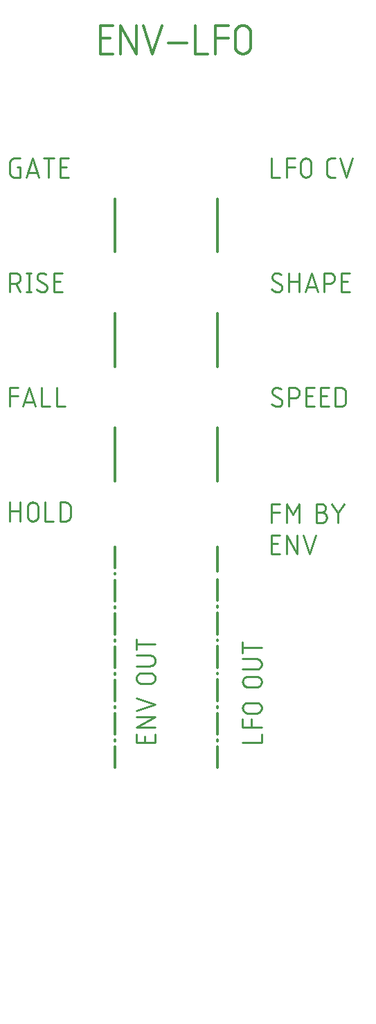
<source format=gbr>
G04 EAGLE Gerber RS-274X export*
G75*
%MOMM*%
%FSLAX34Y34*%
%LPD*%
%INSilkscreen Top*%
%IPPOS*%
%AMOC8*
5,1,8,0,0,1.08239X$1,22.5*%
G01*
%ADD10C,0.228600*%
%ADD11C,0.304800*%
%ADD12C,0.355600*%
%ADD13R,0.375000X0.125000*%
%ADD14R,0.875000X0.125000*%
%ADD15R,1.000000X0.125000*%
%ADD16R,0.625000X0.125000*%
%ADD17R,0.500000X0.125000*%
%ADD18R,1.500000X0.125000*%
%ADD19R,0.250000X0.125000*%
%ADD20R,0.750000X0.125000*%
%ADD21R,1.375000X0.125000*%
%ADD22R,1.875000X0.125000*%
%ADD23R,0.125000X0.125000*%
%ADD24R,1.125000X0.125000*%
%ADD25R,1.625000X0.125000*%
%ADD26R,2.125000X0.125000*%
%ADD27R,1.750000X0.125000*%
%ADD28R,2.000000X0.125000*%
%ADD29R,2.375000X0.125000*%
%ADD30R,2.250000X0.125000*%
%ADD31R,1.250000X0.125000*%
%ADD32R,2.500000X0.125000*%
%ADD33R,3.250000X0.125000*%
%ADD34R,3.125000X0.125000*%
%ADD35R,2.875000X0.125000*%
%ADD36R,3.500000X0.125000*%
%ADD37R,3.625000X0.125000*%
%ADD38R,4.625000X0.125000*%
%ADD39R,3.375000X0.125000*%
%ADD40R,3.000000X0.125000*%
%ADD41R,2.750000X0.125000*%
%ADD42R,6.125000X0.125000*%
%ADD43R,5.375000X0.125000*%
%ADD44R,3.750000X0.125000*%
%ADD45R,2.625000X0.125000*%


D10*
X21143Y651143D02*
X21143Y674257D01*
X21143Y663984D02*
X33984Y663984D01*
X33984Y674257D02*
X33984Y651143D01*
X42718Y657564D02*
X42718Y667836D01*
X42717Y667836D02*
X42719Y667995D01*
X42725Y668154D01*
X42735Y668312D01*
X42748Y668470D01*
X42766Y668628D01*
X42788Y668786D01*
X42813Y668942D01*
X42842Y669098D01*
X42875Y669254D01*
X42912Y669408D01*
X42953Y669562D01*
X42998Y669714D01*
X43046Y669865D01*
X43098Y670016D01*
X43154Y670164D01*
X43213Y670312D01*
X43276Y670457D01*
X43343Y670602D01*
X43413Y670744D01*
X43487Y670885D01*
X43564Y671024D01*
X43645Y671160D01*
X43729Y671295D01*
X43816Y671428D01*
X43906Y671559D01*
X44000Y671687D01*
X44097Y671813D01*
X44197Y671936D01*
X44300Y672057D01*
X44405Y672176D01*
X44514Y672291D01*
X44626Y672404D01*
X44740Y672515D01*
X44857Y672622D01*
X44977Y672726D01*
X45099Y672828D01*
X45224Y672926D01*
X45351Y673021D01*
X45480Y673113D01*
X45612Y673202D01*
X45746Y673288D01*
X45882Y673370D01*
X46020Y673449D01*
X46159Y673524D01*
X46301Y673596D01*
X46444Y673665D01*
X46589Y673730D01*
X46736Y673791D01*
X46884Y673848D01*
X47033Y673902D01*
X47184Y673952D01*
X47336Y673999D01*
X47489Y674042D01*
X47643Y674081D01*
X47798Y674116D01*
X47954Y674147D01*
X48110Y674174D01*
X48267Y674198D01*
X48425Y674217D01*
X48583Y674233D01*
X48741Y674245D01*
X48900Y674253D01*
X49059Y674257D01*
X49217Y674257D01*
X49376Y674253D01*
X49535Y674245D01*
X49693Y674233D01*
X49851Y674217D01*
X50009Y674198D01*
X50166Y674174D01*
X50322Y674147D01*
X50478Y674116D01*
X50633Y674081D01*
X50787Y674042D01*
X50940Y673999D01*
X51092Y673952D01*
X51243Y673902D01*
X51392Y673848D01*
X51540Y673791D01*
X51687Y673730D01*
X51832Y673665D01*
X51975Y673596D01*
X52117Y673524D01*
X52256Y673449D01*
X52394Y673370D01*
X52530Y673288D01*
X52664Y673202D01*
X52796Y673113D01*
X52925Y673021D01*
X53052Y672926D01*
X53177Y672828D01*
X53299Y672726D01*
X53419Y672622D01*
X53536Y672515D01*
X53650Y672404D01*
X53762Y672291D01*
X53871Y672176D01*
X53976Y672057D01*
X54079Y671936D01*
X54179Y671813D01*
X54276Y671687D01*
X54370Y671559D01*
X54460Y671428D01*
X54547Y671295D01*
X54631Y671160D01*
X54712Y671024D01*
X54789Y670885D01*
X54863Y670744D01*
X54933Y670602D01*
X55000Y670457D01*
X55063Y670312D01*
X55122Y670164D01*
X55178Y670016D01*
X55230Y669865D01*
X55278Y669714D01*
X55323Y669562D01*
X55364Y669408D01*
X55401Y669254D01*
X55434Y669098D01*
X55463Y668942D01*
X55488Y668786D01*
X55510Y668628D01*
X55528Y668470D01*
X55541Y668312D01*
X55551Y668154D01*
X55557Y667995D01*
X55559Y667836D01*
X55559Y657564D01*
X55557Y657405D01*
X55551Y657246D01*
X55541Y657088D01*
X55528Y656930D01*
X55510Y656772D01*
X55488Y656614D01*
X55463Y656458D01*
X55434Y656302D01*
X55401Y656146D01*
X55364Y655992D01*
X55323Y655838D01*
X55278Y655686D01*
X55230Y655535D01*
X55178Y655384D01*
X55122Y655236D01*
X55063Y655088D01*
X55000Y654943D01*
X54933Y654798D01*
X54863Y654656D01*
X54789Y654515D01*
X54712Y654376D01*
X54631Y654240D01*
X54547Y654105D01*
X54460Y653972D01*
X54370Y653841D01*
X54276Y653713D01*
X54179Y653587D01*
X54079Y653464D01*
X53976Y653343D01*
X53871Y653224D01*
X53762Y653109D01*
X53650Y652996D01*
X53536Y652885D01*
X53419Y652778D01*
X53299Y652674D01*
X53177Y652572D01*
X53052Y652474D01*
X52925Y652379D01*
X52796Y652287D01*
X52664Y652198D01*
X52530Y652112D01*
X52394Y652030D01*
X52256Y651951D01*
X52117Y651876D01*
X51975Y651804D01*
X51832Y651735D01*
X51687Y651670D01*
X51540Y651609D01*
X51392Y651552D01*
X51243Y651498D01*
X51092Y651448D01*
X50940Y651401D01*
X50787Y651358D01*
X50633Y651319D01*
X50478Y651284D01*
X50322Y651253D01*
X50166Y651226D01*
X50009Y651202D01*
X49851Y651183D01*
X49693Y651167D01*
X49535Y651155D01*
X49376Y651147D01*
X49217Y651143D01*
X49059Y651143D01*
X48900Y651147D01*
X48741Y651155D01*
X48583Y651167D01*
X48425Y651183D01*
X48267Y651202D01*
X48110Y651226D01*
X47954Y651253D01*
X47798Y651284D01*
X47643Y651319D01*
X47489Y651358D01*
X47336Y651401D01*
X47184Y651448D01*
X47033Y651498D01*
X46884Y651552D01*
X46736Y651609D01*
X46589Y651670D01*
X46444Y651735D01*
X46301Y651804D01*
X46159Y651876D01*
X46020Y651951D01*
X45882Y652030D01*
X45746Y652112D01*
X45612Y652198D01*
X45480Y652287D01*
X45351Y652379D01*
X45224Y652474D01*
X45099Y652572D01*
X44977Y652674D01*
X44857Y652778D01*
X44740Y652885D01*
X44626Y652996D01*
X44514Y653109D01*
X44405Y653224D01*
X44300Y653343D01*
X44197Y653464D01*
X44097Y653587D01*
X44000Y653713D01*
X43906Y653841D01*
X43816Y653972D01*
X43729Y654105D01*
X43645Y654240D01*
X43564Y654376D01*
X43487Y654515D01*
X43413Y654656D01*
X43343Y654798D01*
X43276Y654943D01*
X43213Y655088D01*
X43154Y655236D01*
X43098Y655384D01*
X43046Y655535D01*
X42998Y655686D01*
X42953Y655838D01*
X42912Y655992D01*
X42875Y656146D01*
X42842Y656302D01*
X42813Y656458D01*
X42788Y656614D01*
X42766Y656772D01*
X42748Y656930D01*
X42735Y657088D01*
X42725Y657246D01*
X42719Y657405D01*
X42717Y657564D01*
X64320Y651143D02*
X64320Y674257D01*
X64320Y651143D02*
X74593Y651143D01*
X82387Y651143D02*
X82387Y674257D01*
X88808Y674257D01*
X88966Y674255D01*
X89123Y674249D01*
X89280Y674240D01*
X89437Y674226D01*
X89594Y674209D01*
X89750Y674188D01*
X89906Y674162D01*
X90061Y674134D01*
X90215Y674101D01*
X90368Y674065D01*
X90521Y674024D01*
X90672Y673981D01*
X90822Y673933D01*
X90971Y673882D01*
X91119Y673827D01*
X91265Y673768D01*
X91410Y673706D01*
X91553Y673641D01*
X91695Y673571D01*
X91835Y673499D01*
X91973Y673423D01*
X92109Y673343D01*
X92243Y673261D01*
X92375Y673175D01*
X92505Y673086D01*
X92633Y672993D01*
X92758Y672898D01*
X92881Y672800D01*
X93002Y672698D01*
X93120Y672594D01*
X93236Y672486D01*
X93348Y672376D01*
X93458Y672264D01*
X93566Y672148D01*
X93670Y672030D01*
X93772Y671909D01*
X93870Y671786D01*
X93965Y671661D01*
X94058Y671533D01*
X94147Y671403D01*
X94233Y671271D01*
X94315Y671137D01*
X94395Y671001D01*
X94471Y670863D01*
X94543Y670723D01*
X94613Y670581D01*
X94678Y670438D01*
X94740Y670293D01*
X94799Y670147D01*
X94854Y669999D01*
X94905Y669850D01*
X94953Y669700D01*
X94996Y669549D01*
X95037Y669396D01*
X95073Y669243D01*
X95106Y669089D01*
X95134Y668934D01*
X95160Y668778D01*
X95181Y668622D01*
X95198Y668465D01*
X95212Y668308D01*
X95221Y668151D01*
X95227Y667994D01*
X95229Y667836D01*
X95228Y667836D02*
X95228Y657564D01*
X95229Y657564D02*
X95227Y657406D01*
X95221Y657249D01*
X95212Y657092D01*
X95198Y656935D01*
X95181Y656778D01*
X95160Y656622D01*
X95134Y656466D01*
X95106Y656311D01*
X95073Y656157D01*
X95037Y656004D01*
X94996Y655851D01*
X94953Y655700D01*
X94905Y655550D01*
X94854Y655401D01*
X94799Y655253D01*
X94740Y655107D01*
X94678Y654962D01*
X94613Y654819D01*
X94543Y654677D01*
X94471Y654537D01*
X94395Y654399D01*
X94315Y654263D01*
X94233Y654129D01*
X94147Y653997D01*
X94058Y653867D01*
X93965Y653739D01*
X93870Y653614D01*
X93771Y653491D01*
X93670Y653370D01*
X93566Y653252D01*
X93458Y653136D01*
X93348Y653024D01*
X93236Y652914D01*
X93120Y652806D01*
X93002Y652702D01*
X92881Y652600D01*
X92758Y652502D01*
X92633Y652407D01*
X92505Y652314D01*
X92375Y652225D01*
X92243Y652139D01*
X92109Y652057D01*
X91973Y651977D01*
X91835Y651901D01*
X91695Y651829D01*
X91553Y651759D01*
X91410Y651694D01*
X91265Y651632D01*
X91119Y651573D01*
X90971Y651518D01*
X90822Y651467D01*
X90672Y651419D01*
X90521Y651376D01*
X90368Y651335D01*
X90215Y651299D01*
X90061Y651266D01*
X89906Y651238D01*
X89750Y651212D01*
X89594Y651191D01*
X89437Y651174D01*
X89280Y651160D01*
X89123Y651151D01*
X88966Y651145D01*
X88808Y651143D01*
X82387Y651143D01*
X21143Y791143D02*
X21143Y814257D01*
X31416Y814257D01*
X31416Y803984D02*
X21143Y803984D01*
X37230Y791143D02*
X44935Y814257D01*
X52639Y791143D01*
X50713Y796922D02*
X39156Y796922D01*
X60117Y791143D02*
X60117Y814257D01*
X60117Y791143D02*
X70390Y791143D01*
X78212Y791143D02*
X78212Y814257D01*
X78212Y791143D02*
X88484Y791143D01*
X21143Y931143D02*
X21143Y954257D01*
X27564Y954257D01*
X27723Y954255D01*
X27882Y954249D01*
X28040Y954239D01*
X28198Y954226D01*
X28356Y954208D01*
X28514Y954186D01*
X28670Y954161D01*
X28826Y954132D01*
X28982Y954099D01*
X29136Y954062D01*
X29290Y954021D01*
X29442Y953976D01*
X29593Y953928D01*
X29744Y953876D01*
X29892Y953820D01*
X30040Y953761D01*
X30185Y953698D01*
X30330Y953631D01*
X30472Y953561D01*
X30613Y953487D01*
X30752Y953410D01*
X30888Y953329D01*
X31023Y953245D01*
X31156Y953158D01*
X31287Y953068D01*
X31415Y952974D01*
X31541Y952877D01*
X31664Y952777D01*
X31785Y952674D01*
X31904Y952569D01*
X32019Y952460D01*
X32132Y952348D01*
X32243Y952234D01*
X32350Y952117D01*
X32454Y951997D01*
X32556Y951875D01*
X32654Y951750D01*
X32749Y951623D01*
X32841Y951494D01*
X32930Y951362D01*
X33016Y951228D01*
X33098Y951092D01*
X33177Y950954D01*
X33252Y950815D01*
X33324Y950673D01*
X33393Y950530D01*
X33458Y950385D01*
X33519Y950238D01*
X33576Y950090D01*
X33630Y949941D01*
X33680Y949790D01*
X33727Y949638D01*
X33770Y949485D01*
X33809Y949331D01*
X33844Y949176D01*
X33875Y949020D01*
X33902Y948864D01*
X33926Y948707D01*
X33945Y948549D01*
X33961Y948391D01*
X33973Y948233D01*
X33981Y948074D01*
X33985Y947915D01*
X33985Y947757D01*
X33981Y947598D01*
X33973Y947439D01*
X33961Y947281D01*
X33945Y947123D01*
X33926Y946965D01*
X33902Y946808D01*
X33875Y946652D01*
X33844Y946496D01*
X33809Y946341D01*
X33770Y946187D01*
X33727Y946034D01*
X33680Y945882D01*
X33630Y945731D01*
X33576Y945582D01*
X33519Y945434D01*
X33458Y945287D01*
X33393Y945142D01*
X33324Y944999D01*
X33252Y944857D01*
X33177Y944718D01*
X33098Y944580D01*
X33016Y944444D01*
X32930Y944310D01*
X32841Y944178D01*
X32749Y944049D01*
X32654Y943922D01*
X32556Y943797D01*
X32454Y943675D01*
X32350Y943555D01*
X32243Y943438D01*
X32132Y943324D01*
X32019Y943212D01*
X31904Y943103D01*
X31785Y942998D01*
X31664Y942895D01*
X31541Y942795D01*
X31415Y942698D01*
X31287Y942604D01*
X31156Y942514D01*
X31023Y942427D01*
X30888Y942343D01*
X30752Y942262D01*
X30613Y942185D01*
X30472Y942111D01*
X30330Y942041D01*
X30185Y941974D01*
X30040Y941911D01*
X29892Y941852D01*
X29744Y941796D01*
X29593Y941744D01*
X29442Y941696D01*
X29290Y941651D01*
X29136Y941610D01*
X28982Y941573D01*
X28826Y941540D01*
X28670Y941511D01*
X28514Y941486D01*
X28356Y941464D01*
X28198Y941446D01*
X28040Y941433D01*
X27882Y941423D01*
X27723Y941417D01*
X27564Y941415D01*
X27564Y941416D02*
X21143Y941416D01*
X28848Y941416D02*
X33984Y931143D01*
X44193Y931143D02*
X44193Y954257D01*
X41625Y931143D02*
X46761Y931143D01*
X46761Y954257D02*
X41625Y954257D01*
X61484Y931143D02*
X61626Y931145D01*
X61767Y931151D01*
X61908Y931161D01*
X62049Y931174D01*
X62189Y931192D01*
X62329Y931213D01*
X62469Y931238D01*
X62607Y931267D01*
X62745Y931300D01*
X62882Y931337D01*
X63017Y931377D01*
X63152Y931421D01*
X63285Y931469D01*
X63417Y931521D01*
X63547Y931576D01*
X63676Y931634D01*
X63803Y931696D01*
X63928Y931762D01*
X64052Y931831D01*
X64174Y931904D01*
X64293Y931979D01*
X64411Y932058D01*
X64526Y932141D01*
X64639Y932226D01*
X64749Y932314D01*
X64857Y932406D01*
X64963Y932500D01*
X65065Y932598D01*
X65165Y932698D01*
X65263Y932800D01*
X65357Y932906D01*
X65449Y933014D01*
X65537Y933124D01*
X65622Y933237D01*
X65705Y933352D01*
X65784Y933470D01*
X65859Y933589D01*
X65932Y933711D01*
X66001Y933835D01*
X66067Y933960D01*
X66129Y934087D01*
X66187Y934216D01*
X66242Y934346D01*
X66294Y934478D01*
X66342Y934611D01*
X66386Y934746D01*
X66426Y934881D01*
X66463Y935018D01*
X66496Y935156D01*
X66525Y935294D01*
X66550Y935434D01*
X66571Y935574D01*
X66589Y935714D01*
X66602Y935855D01*
X66612Y935996D01*
X66618Y936137D01*
X66620Y936279D01*
X61484Y931143D02*
X61224Y931146D01*
X60965Y931155D01*
X60706Y931171D01*
X60447Y931193D01*
X60189Y931221D01*
X59932Y931255D01*
X59675Y931295D01*
X59420Y931341D01*
X59165Y931394D01*
X58912Y931452D01*
X58661Y931517D01*
X58411Y931587D01*
X58163Y931664D01*
X57917Y931746D01*
X57673Y931834D01*
X57431Y931928D01*
X57191Y932028D01*
X56954Y932134D01*
X56719Y932245D01*
X56487Y932362D01*
X56258Y932484D01*
X56032Y932612D01*
X55809Y932745D01*
X55590Y932883D01*
X55374Y933027D01*
X55161Y933176D01*
X54952Y933330D01*
X54746Y933488D01*
X54545Y933652D01*
X54347Y933820D01*
X54154Y933993D01*
X53964Y934171D01*
X53779Y934353D01*
X54422Y949121D02*
X54424Y949263D01*
X54430Y949404D01*
X54440Y949545D01*
X54453Y949686D01*
X54471Y949826D01*
X54492Y949966D01*
X54517Y950106D01*
X54546Y950244D01*
X54579Y950382D01*
X54616Y950519D01*
X54656Y950654D01*
X54700Y950789D01*
X54748Y950922D01*
X54800Y951054D01*
X54855Y951184D01*
X54913Y951313D01*
X54975Y951440D01*
X55041Y951565D01*
X55110Y951689D01*
X55183Y951811D01*
X55258Y951930D01*
X55337Y952048D01*
X55420Y952163D01*
X55505Y952276D01*
X55593Y952386D01*
X55685Y952494D01*
X55779Y952600D01*
X55877Y952702D01*
X55977Y952802D01*
X56079Y952900D01*
X56185Y952994D01*
X56293Y953086D01*
X56403Y953174D01*
X56516Y953259D01*
X56631Y953342D01*
X56749Y953421D01*
X56868Y953496D01*
X56990Y953569D01*
X57114Y953638D01*
X57239Y953704D01*
X57366Y953766D01*
X57495Y953824D01*
X57625Y953879D01*
X57757Y953931D01*
X57890Y953979D01*
X58025Y954023D01*
X58161Y954063D01*
X58297Y954100D01*
X58435Y954133D01*
X58573Y954162D01*
X58713Y954187D01*
X58853Y954208D01*
X58993Y954226D01*
X59134Y954239D01*
X59275Y954249D01*
X59417Y954255D01*
X59558Y954257D01*
X59788Y954254D01*
X60017Y954246D01*
X60246Y954232D01*
X60475Y954213D01*
X60703Y954189D01*
X60931Y954159D01*
X61157Y954123D01*
X61383Y954082D01*
X61608Y954036D01*
X61832Y953985D01*
X62054Y953928D01*
X62275Y953866D01*
X62495Y953798D01*
X62712Y953726D01*
X62928Y953648D01*
X63142Y953565D01*
X63354Y953477D01*
X63564Y953384D01*
X63772Y953286D01*
X63977Y953183D01*
X64180Y953076D01*
X64380Y952963D01*
X64577Y952846D01*
X64771Y952724D01*
X64963Y952597D01*
X65151Y952466D01*
X65337Y952331D01*
X56989Y944626D02*
X56868Y944700D01*
X56748Y944778D01*
X56630Y944858D01*
X56515Y944942D01*
X56402Y945029D01*
X56291Y945119D01*
X56183Y945212D01*
X56078Y945308D01*
X55975Y945406D01*
X55875Y945508D01*
X55777Y945612D01*
X55683Y945719D01*
X55592Y945828D01*
X55503Y945940D01*
X55418Y946054D01*
X55336Y946170D01*
X55257Y946289D01*
X55181Y946410D01*
X55108Y946533D01*
X55039Y946657D01*
X54974Y946784D01*
X54912Y946912D01*
X54853Y947042D01*
X54798Y947174D01*
X54747Y947307D01*
X54699Y947441D01*
X54655Y947576D01*
X54615Y947713D01*
X54578Y947851D01*
X54545Y947990D01*
X54516Y948129D01*
X54491Y948270D01*
X54470Y948410D01*
X54452Y948552D01*
X54439Y948694D01*
X54429Y948836D01*
X54423Y948978D01*
X54421Y949121D01*
X64053Y940774D02*
X64174Y940700D01*
X64294Y940622D01*
X64412Y940542D01*
X64527Y940458D01*
X64640Y940371D01*
X64751Y940281D01*
X64859Y940188D01*
X64964Y940092D01*
X65067Y939994D01*
X65167Y939892D01*
X65265Y939788D01*
X65359Y939681D01*
X65450Y939572D01*
X65539Y939460D01*
X65624Y939346D01*
X65706Y939230D01*
X65785Y939111D01*
X65861Y938990D01*
X65934Y938867D01*
X66003Y938743D01*
X66068Y938616D01*
X66130Y938488D01*
X66189Y938358D01*
X66244Y938226D01*
X66295Y938093D01*
X66343Y937959D01*
X66387Y937824D01*
X66427Y937687D01*
X66464Y937549D01*
X66497Y937410D01*
X66526Y937271D01*
X66551Y937130D01*
X66572Y936990D01*
X66590Y936848D01*
X66603Y936706D01*
X66613Y936564D01*
X66619Y936422D01*
X66621Y936279D01*
X64053Y940774D02*
X56990Y944626D01*
X74686Y931143D02*
X84959Y931143D01*
X74686Y931143D02*
X74686Y954257D01*
X84959Y954257D01*
X82391Y943984D02*
X74686Y943984D01*
X33984Y1083984D02*
X30132Y1083984D01*
X33984Y1083984D02*
X33984Y1071143D01*
X26279Y1071143D01*
X26137Y1071145D01*
X25996Y1071151D01*
X25855Y1071161D01*
X25714Y1071174D01*
X25574Y1071192D01*
X25434Y1071213D01*
X25294Y1071238D01*
X25156Y1071267D01*
X25018Y1071300D01*
X24881Y1071337D01*
X24746Y1071377D01*
X24611Y1071421D01*
X24478Y1071469D01*
X24346Y1071521D01*
X24216Y1071576D01*
X24087Y1071634D01*
X23960Y1071696D01*
X23835Y1071762D01*
X23711Y1071831D01*
X23589Y1071904D01*
X23470Y1071979D01*
X23352Y1072058D01*
X23237Y1072141D01*
X23124Y1072226D01*
X23014Y1072314D01*
X22906Y1072406D01*
X22800Y1072500D01*
X22698Y1072598D01*
X22598Y1072698D01*
X22500Y1072800D01*
X22406Y1072906D01*
X22314Y1073014D01*
X22226Y1073124D01*
X22141Y1073237D01*
X22058Y1073352D01*
X21979Y1073470D01*
X21904Y1073589D01*
X21831Y1073711D01*
X21762Y1073835D01*
X21696Y1073960D01*
X21634Y1074087D01*
X21576Y1074216D01*
X21521Y1074346D01*
X21469Y1074478D01*
X21421Y1074611D01*
X21377Y1074746D01*
X21337Y1074881D01*
X21300Y1075018D01*
X21267Y1075156D01*
X21238Y1075294D01*
X21213Y1075434D01*
X21192Y1075574D01*
X21174Y1075714D01*
X21161Y1075855D01*
X21151Y1075996D01*
X21145Y1076137D01*
X21143Y1076279D01*
X21143Y1089121D01*
X21145Y1089263D01*
X21151Y1089404D01*
X21161Y1089545D01*
X21174Y1089686D01*
X21192Y1089826D01*
X21213Y1089966D01*
X21238Y1090106D01*
X21267Y1090244D01*
X21300Y1090382D01*
X21337Y1090519D01*
X21377Y1090654D01*
X21421Y1090789D01*
X21469Y1090922D01*
X21521Y1091054D01*
X21576Y1091184D01*
X21634Y1091313D01*
X21696Y1091440D01*
X21762Y1091565D01*
X21831Y1091689D01*
X21904Y1091811D01*
X21979Y1091930D01*
X22058Y1092048D01*
X22141Y1092163D01*
X22226Y1092276D01*
X22314Y1092386D01*
X22406Y1092494D01*
X22500Y1092600D01*
X22598Y1092702D01*
X22698Y1092802D01*
X22800Y1092900D01*
X22906Y1092994D01*
X23014Y1093086D01*
X23124Y1093174D01*
X23237Y1093259D01*
X23352Y1093342D01*
X23470Y1093421D01*
X23589Y1093496D01*
X23711Y1093569D01*
X23835Y1093638D01*
X23960Y1093704D01*
X24087Y1093766D01*
X24216Y1093824D01*
X24346Y1093879D01*
X24478Y1093931D01*
X24611Y1093979D01*
X24746Y1094023D01*
X24881Y1094063D01*
X25018Y1094100D01*
X25156Y1094133D01*
X25294Y1094162D01*
X25434Y1094187D01*
X25574Y1094208D01*
X25714Y1094226D01*
X25855Y1094239D01*
X25996Y1094249D01*
X26137Y1094255D01*
X26279Y1094257D01*
X33984Y1094257D01*
X49138Y1094257D02*
X41434Y1071143D01*
X56843Y1071143D02*
X49138Y1094257D01*
X54917Y1076922D02*
X43360Y1076922D01*
X68625Y1071143D02*
X68625Y1094257D01*
X62205Y1094257D02*
X75046Y1094257D01*
X82415Y1071143D02*
X92688Y1071143D01*
X82415Y1071143D02*
X82415Y1094257D01*
X92688Y1094257D01*
X90120Y1083984D02*
X82415Y1083984D01*
D11*
X275000Y620000D02*
X275000Y590000D01*
X150000Y980000D02*
X150000Y1045000D01*
X150000Y905000D02*
X150000Y840000D01*
X150000Y765000D02*
X150000Y700000D01*
X275000Y700000D02*
X275000Y765000D01*
X275000Y840000D02*
X275000Y905000D01*
X275000Y980000D02*
X275000Y1045000D01*
X150000Y620000D02*
X150000Y594286D01*
X150000Y587383D02*
X150000Y586188D01*
X150000Y579286D02*
X150000Y553571D01*
X150000Y546669D02*
X150000Y545474D01*
X150000Y538571D02*
X150000Y512857D01*
X150000Y505955D02*
X150000Y504760D01*
X150000Y497857D02*
X150000Y472143D01*
X150000Y465240D02*
X150000Y464045D01*
X150000Y457143D02*
X150000Y431429D01*
X150000Y424526D02*
X150000Y423331D01*
X150000Y416429D02*
X150000Y390714D01*
X150000Y383812D02*
X150000Y382617D01*
X150000Y375714D02*
X150000Y350000D01*
X275000Y350000D02*
X275000Y375833D01*
X275000Y382736D02*
X275000Y383931D01*
X275000Y390833D02*
X275000Y416667D01*
X275000Y423569D02*
X275000Y424764D01*
X275000Y431667D02*
X275000Y457500D01*
X275000Y464402D02*
X275000Y465598D01*
X275000Y472500D02*
X275000Y498333D01*
X275000Y505236D02*
X275000Y506431D01*
X275000Y513333D02*
X275000Y539167D01*
X275000Y546069D02*
X275000Y547264D01*
X275000Y554167D02*
X275000Y580000D01*
D12*
X147131Y1221778D02*
X131778Y1221778D01*
X131778Y1256322D01*
X147131Y1256322D01*
X143293Y1240969D02*
X131778Y1240969D01*
X156548Y1256322D02*
X156548Y1221778D01*
X175739Y1221778D02*
X156548Y1256322D01*
X175739Y1256322D02*
X175739Y1221778D01*
X195671Y1221778D02*
X184156Y1256322D01*
X207185Y1256322D02*
X195671Y1221778D01*
X214636Y1235212D02*
X237665Y1235212D01*
X247983Y1221778D02*
X247983Y1256322D01*
X247983Y1221778D02*
X263336Y1221778D01*
X272748Y1221778D02*
X272748Y1256322D01*
X288101Y1256322D01*
X288101Y1240969D02*
X272748Y1240969D01*
X296565Y1246726D02*
X296565Y1231374D01*
X296565Y1246726D02*
X296568Y1246960D01*
X296576Y1247193D01*
X296591Y1247426D01*
X296610Y1247659D01*
X296636Y1247892D01*
X296667Y1248123D01*
X296704Y1248354D01*
X296747Y1248584D01*
X296795Y1248812D01*
X296848Y1249040D01*
X296907Y1249266D01*
X296972Y1249491D01*
X297042Y1249714D01*
X297117Y1249935D01*
X297198Y1250154D01*
X297284Y1250371D01*
X297376Y1250586D01*
X297472Y1250799D01*
X297574Y1251009D01*
X297681Y1251217D01*
X297793Y1251422D01*
X297910Y1251625D01*
X298031Y1251824D01*
X298158Y1252021D01*
X298289Y1252214D01*
X298425Y1252404D01*
X298566Y1252591D01*
X298711Y1252774D01*
X298860Y1252954D01*
X299014Y1253130D01*
X299172Y1253302D01*
X299334Y1253470D01*
X299501Y1253634D01*
X299671Y1253794D01*
X299845Y1253950D01*
X300023Y1254102D01*
X300204Y1254249D01*
X300389Y1254392D01*
X300577Y1254530D01*
X300769Y1254664D01*
X300964Y1254793D01*
X301162Y1254917D01*
X301363Y1255036D01*
X301567Y1255151D01*
X301773Y1255260D01*
X301982Y1255364D01*
X302194Y1255464D01*
X302408Y1255558D01*
X302624Y1255646D01*
X302842Y1255730D01*
X303063Y1255808D01*
X303285Y1255881D01*
X303508Y1255948D01*
X303734Y1256010D01*
X303961Y1256066D01*
X304189Y1256117D01*
X304418Y1256162D01*
X304648Y1256202D01*
X304880Y1256236D01*
X305111Y1256264D01*
X305344Y1256287D01*
X305577Y1256304D01*
X305811Y1256316D01*
X306044Y1256321D01*
X306278Y1256321D01*
X306511Y1256316D01*
X306745Y1256304D01*
X306978Y1256287D01*
X307211Y1256264D01*
X307442Y1256236D01*
X307674Y1256202D01*
X307904Y1256162D01*
X308133Y1256117D01*
X308361Y1256066D01*
X308588Y1256010D01*
X308814Y1255948D01*
X309037Y1255881D01*
X309259Y1255808D01*
X309480Y1255730D01*
X309698Y1255646D01*
X309914Y1255558D01*
X310128Y1255464D01*
X310340Y1255364D01*
X310549Y1255260D01*
X310755Y1255151D01*
X310959Y1255036D01*
X311160Y1254917D01*
X311358Y1254793D01*
X311553Y1254664D01*
X311745Y1254530D01*
X311933Y1254392D01*
X312118Y1254249D01*
X312299Y1254102D01*
X312477Y1253950D01*
X312651Y1253794D01*
X312821Y1253634D01*
X312988Y1253470D01*
X313150Y1253302D01*
X313308Y1253130D01*
X313462Y1252954D01*
X313611Y1252774D01*
X313756Y1252591D01*
X313897Y1252404D01*
X314033Y1252214D01*
X314164Y1252021D01*
X314291Y1251824D01*
X314412Y1251625D01*
X314529Y1251422D01*
X314641Y1251217D01*
X314748Y1251009D01*
X314850Y1250799D01*
X314946Y1250586D01*
X315038Y1250371D01*
X315124Y1250154D01*
X315205Y1249935D01*
X315280Y1249714D01*
X315350Y1249491D01*
X315415Y1249266D01*
X315474Y1249040D01*
X315527Y1248812D01*
X315575Y1248584D01*
X315618Y1248354D01*
X315655Y1248123D01*
X315686Y1247892D01*
X315712Y1247659D01*
X315731Y1247426D01*
X315746Y1247193D01*
X315754Y1246960D01*
X315757Y1246726D01*
X315756Y1246726D02*
X315756Y1231374D01*
X315757Y1231374D02*
X315754Y1231140D01*
X315746Y1230907D01*
X315731Y1230674D01*
X315712Y1230441D01*
X315686Y1230208D01*
X315655Y1229977D01*
X315618Y1229746D01*
X315575Y1229516D01*
X315527Y1229288D01*
X315474Y1229060D01*
X315415Y1228834D01*
X315350Y1228609D01*
X315280Y1228386D01*
X315205Y1228165D01*
X315124Y1227946D01*
X315038Y1227729D01*
X314946Y1227514D01*
X314850Y1227301D01*
X314748Y1227091D01*
X314641Y1226883D01*
X314529Y1226678D01*
X314412Y1226475D01*
X314291Y1226276D01*
X314164Y1226079D01*
X314033Y1225886D01*
X313897Y1225696D01*
X313756Y1225509D01*
X313611Y1225326D01*
X313462Y1225146D01*
X313308Y1224970D01*
X313150Y1224798D01*
X312988Y1224630D01*
X312821Y1224466D01*
X312651Y1224306D01*
X312477Y1224150D01*
X312299Y1223998D01*
X312118Y1223851D01*
X311933Y1223708D01*
X311745Y1223570D01*
X311553Y1223436D01*
X311358Y1223307D01*
X311160Y1223183D01*
X310959Y1223064D01*
X310755Y1222949D01*
X310549Y1222840D01*
X310340Y1222736D01*
X310128Y1222636D01*
X309914Y1222542D01*
X309698Y1222454D01*
X309480Y1222370D01*
X309259Y1222292D01*
X309037Y1222219D01*
X308814Y1222152D01*
X308588Y1222090D01*
X308361Y1222034D01*
X308133Y1221983D01*
X307904Y1221938D01*
X307674Y1221898D01*
X307442Y1221864D01*
X307211Y1221836D01*
X306978Y1221813D01*
X306745Y1221796D01*
X306511Y1221784D01*
X306278Y1221779D01*
X306044Y1221779D01*
X305811Y1221784D01*
X305577Y1221796D01*
X305344Y1221813D01*
X305111Y1221836D01*
X304880Y1221864D01*
X304648Y1221898D01*
X304418Y1221938D01*
X304189Y1221983D01*
X303961Y1222034D01*
X303734Y1222090D01*
X303508Y1222152D01*
X303285Y1222219D01*
X303063Y1222292D01*
X302842Y1222370D01*
X302624Y1222454D01*
X302408Y1222542D01*
X302194Y1222636D01*
X301982Y1222736D01*
X301773Y1222840D01*
X301567Y1222949D01*
X301363Y1223064D01*
X301162Y1223183D01*
X300964Y1223307D01*
X300769Y1223436D01*
X300577Y1223570D01*
X300389Y1223708D01*
X300204Y1223851D01*
X300023Y1223998D01*
X299845Y1224150D01*
X299671Y1224306D01*
X299501Y1224466D01*
X299334Y1224630D01*
X299172Y1224798D01*
X299014Y1224970D01*
X298860Y1225146D01*
X298711Y1225326D01*
X298566Y1225509D01*
X298425Y1225696D01*
X298289Y1225886D01*
X298158Y1226079D01*
X298031Y1226276D01*
X297910Y1226475D01*
X297793Y1226678D01*
X297681Y1226883D01*
X297574Y1227091D01*
X297472Y1227301D01*
X297376Y1227514D01*
X297284Y1227729D01*
X297198Y1227946D01*
X297117Y1228165D01*
X297042Y1228386D01*
X296972Y1228609D01*
X296907Y1228834D01*
X296848Y1229060D01*
X296795Y1229288D01*
X296747Y1229516D01*
X296704Y1229746D01*
X296667Y1229977D01*
X296636Y1230208D01*
X296610Y1230441D01*
X296591Y1230674D01*
X296576Y1230907D01*
X296568Y1231140D01*
X296565Y1231374D01*
D13*
X357500Y67500D03*
D14*
X357500Y68750D03*
D15*
X185625Y70000D03*
D13*
X246250Y70000D03*
D14*
X357500Y70000D03*
D15*
X186875Y71250D03*
D16*
X246250Y71250D03*
D17*
X301875Y71250D03*
D15*
X358125Y71250D03*
D17*
X373125Y71250D03*
D18*
X153125Y72500D03*
D15*
X186875Y72500D03*
D17*
X201875Y72500D03*
D19*
X224375Y72500D03*
D16*
X246250Y72500D03*
D20*
X269375Y72500D03*
X301875Y72500D03*
D17*
X334375Y72500D03*
D15*
X358125Y72500D03*
D21*
X375000Y72500D03*
D22*
X152500Y73750D03*
D15*
X186875Y73750D03*
D20*
X201875Y73750D03*
D17*
X224375Y73750D03*
D16*
X246250Y73750D03*
D15*
X269375Y73750D03*
D23*
X287500Y73750D03*
D24*
X302500Y73750D03*
D15*
X334375Y73750D03*
X358125Y73750D03*
D25*
X376250Y73750D03*
D26*
X152500Y75000D03*
D15*
X186875Y75000D03*
D14*
X201250Y75000D03*
D20*
X224375Y75000D03*
D16*
X246250Y75000D03*
D15*
X269375Y75000D03*
D14*
X283750Y75000D03*
D18*
X304375Y75000D03*
X334375Y75000D03*
D15*
X358125Y75000D03*
D27*
X375625Y75000D03*
D26*
X152500Y76250D03*
D20*
X186875Y76250D03*
D14*
X201250Y76250D03*
X223750Y76250D03*
D16*
X246250Y76250D03*
D15*
X269375Y76250D03*
D14*
X283750Y76250D03*
D28*
X308125Y76250D03*
D27*
X334375Y76250D03*
D16*
X357500Y76250D03*
D22*
X376250Y76250D03*
D29*
X152500Y77500D03*
D16*
X186250Y77500D03*
D14*
X201250Y77500D03*
D24*
X223750Y77500D03*
D13*
X246250Y77500D03*
D20*
X269375Y77500D03*
D14*
X283750Y77500D03*
D30*
X308125Y77500D03*
D22*
X335000Y77500D03*
D16*
X357500Y77500D03*
D27*
X376875Y77500D03*
D15*
X145625Y78750D03*
D14*
X160000Y78750D03*
D13*
X185000Y78750D03*
D14*
X201250Y78750D03*
D21*
X222500Y78750D03*
D13*
X246250Y78750D03*
X268750Y78750D03*
D14*
X283750Y78750D03*
D30*
X309375Y78750D03*
D22*
X335000Y78750D03*
D17*
X356875Y78750D03*
D22*
X377500Y78750D03*
D15*
X144375Y80000D03*
D16*
X161250Y80000D03*
D13*
X185000Y80000D03*
D20*
X200625Y80000D03*
D18*
X221875Y80000D03*
D13*
X246250Y80000D03*
X268750Y80000D03*
D20*
X284375Y80000D03*
D30*
X309375Y80000D03*
D22*
X335000Y80000D03*
D17*
X356875Y80000D03*
D25*
X378750Y80000D03*
D14*
X143750Y81250D03*
D17*
X160625Y81250D03*
D19*
X184375Y81250D03*
D16*
X201250Y81250D03*
D21*
X221250Y81250D03*
D13*
X246250Y81250D03*
D19*
X268125Y81250D03*
D16*
X283750Y81250D03*
D30*
X309375Y81250D03*
D16*
X330000Y81250D03*
D24*
X340000Y81250D03*
D17*
X356875Y81250D03*
D31*
X380625Y81250D03*
D14*
X143750Y82500D03*
D17*
X160625Y82500D03*
D19*
X184375Y82500D03*
D16*
X201250Y82500D03*
D31*
X220625Y82500D03*
D13*
X246250Y82500D03*
D19*
X268125Y82500D03*
D16*
X283750Y82500D03*
D30*
X309375Y82500D03*
D15*
X340625Y82500D03*
D13*
X356250Y82500D03*
D24*
X381250Y82500D03*
D16*
X143750Y83750D03*
D17*
X160625Y83750D03*
D20*
X181875Y83750D03*
D17*
X200625Y83750D03*
D18*
X219375Y83750D03*
D13*
X246250Y83750D03*
D19*
X268125Y83750D03*
D16*
X283750Y83750D03*
D13*
X300000Y83750D03*
D14*
X315000Y83750D03*
X341250Y83750D03*
D13*
X356250Y83750D03*
D14*
X382500Y83750D03*
D13*
X143750Y85000D03*
D17*
X160625Y85000D03*
D15*
X181875Y85000D03*
D17*
X200625Y85000D03*
D25*
X218750Y85000D03*
D13*
X246250Y85000D03*
X267500Y85000D03*
D16*
X283750Y85000D03*
D13*
X300000Y85000D03*
D20*
X315625Y85000D03*
D14*
X341250Y85000D03*
D13*
X356250Y85000D03*
D15*
X383125Y85000D03*
D17*
X160625Y86250D03*
D15*
X181875Y86250D03*
D17*
X200625Y86250D03*
D22*
X217500Y86250D03*
D13*
X246250Y86250D03*
D19*
X266875Y86250D03*
D16*
X283750Y86250D03*
D13*
X300000Y86250D03*
D15*
X340625Y86250D03*
D13*
X356250Y86250D03*
D15*
X383125Y86250D03*
D13*
X160000Y87500D03*
D15*
X181875Y87500D03*
D17*
X200625Y87500D03*
D28*
X216875Y87500D03*
D13*
X246250Y87500D03*
D19*
X266875Y87500D03*
D17*
X284375Y87500D03*
D13*
X300000Y87500D03*
D15*
X339375Y87500D03*
D19*
X355625Y87500D03*
D15*
X383125Y87500D03*
D17*
X159375Y88750D03*
D14*
X181250Y88750D03*
D17*
X200625Y88750D03*
D24*
X211250Y88750D03*
D16*
X222500Y88750D03*
D17*
X245625Y88750D03*
X268125Y88750D03*
X284375Y88750D03*
D15*
X303125Y88750D03*
X339375Y88750D03*
D19*
X355625Y88750D03*
D14*
X382500Y88750D03*
D16*
X158750Y90000D03*
D20*
X181875Y90000D03*
D17*
X200625Y90000D03*
D15*
X210625Y90000D03*
D16*
X222500Y90000D03*
D17*
X245625Y90000D03*
D14*
X268750Y90000D03*
D17*
X284375Y90000D03*
D31*
X304375Y90000D03*
D19*
X314375Y90000D03*
D15*
X338125Y90000D03*
D19*
X355625Y90000D03*
D15*
X381875Y90000D03*
D16*
X157500Y91250D03*
X182500Y91250D03*
D17*
X200625Y91250D03*
D15*
X209375Y91250D03*
D16*
X222500Y91250D03*
D17*
X245625Y91250D03*
D30*
X275625Y91250D03*
D22*
X307500Y91250D03*
D15*
X336875Y91250D03*
D19*
X355625Y91250D03*
D15*
X381875Y91250D03*
D14*
X156250Y92500D03*
D17*
X183125Y92500D03*
X200625Y92500D03*
D14*
X208750Y92500D03*
D16*
X222500Y92500D03*
D17*
X245625Y92500D03*
D30*
X275625Y92500D03*
D22*
X308750Y92500D03*
D15*
X336875Y92500D03*
D23*
X355000Y92500D03*
D25*
X378750Y92500D03*
D14*
X155000Y93750D03*
D17*
X183125Y93750D03*
D21*
X205000Y93750D03*
D16*
X222500Y93750D03*
D17*
X245625Y93750D03*
D29*
X275000Y93750D03*
D22*
X308750Y93750D03*
D18*
X333125Y93750D03*
D23*
X355000Y93750D03*
D27*
X376875Y93750D03*
D15*
X154375Y95000D03*
D16*
X183750Y95000D03*
D31*
X204375Y95000D03*
D16*
X222500Y95000D03*
D17*
X245625Y95000D03*
D29*
X275000Y95000D03*
D22*
X308750Y95000D03*
D25*
X332500Y95000D03*
D19*
X354375Y95000D03*
D22*
X375000Y95000D03*
D15*
X153125Y96250D03*
D20*
X183125Y96250D03*
D24*
X203750Y96250D03*
D17*
X221875Y96250D03*
D16*
X245000Y96250D03*
D32*
X274375Y96250D03*
D22*
X308750Y96250D03*
D25*
X331250Y96250D03*
D19*
X354375Y96250D03*
D28*
X374375Y96250D03*
D31*
X151875Y97500D03*
D14*
X183750Y97500D03*
X202500Y97500D03*
D17*
X221875Y97500D03*
D16*
X245000Y97500D03*
X265000Y97500D03*
D27*
X278125Y97500D03*
D19*
X300625Y97500D03*
D13*
X306250Y97500D03*
D20*
X314375Y97500D03*
D25*
X330000Y97500D03*
D13*
X353750Y97500D03*
D22*
X373750Y97500D03*
D25*
X148750Y98750D03*
D14*
X183750Y98750D03*
X202500Y98750D03*
D17*
X221875Y98750D03*
D16*
X245000Y98750D03*
X265000Y98750D03*
D14*
X282500Y98750D03*
D13*
X300000Y98750D03*
D16*
X313750Y98750D03*
D18*
X329375Y98750D03*
D13*
X353750Y98750D03*
D22*
X372500Y98750D03*
D27*
X148125Y100000D03*
D15*
X183125Y100000D03*
D14*
X201250Y100000D03*
D13*
X221250Y100000D03*
D16*
X245000Y100000D03*
D14*
X265000Y100000D03*
X282500Y100000D03*
D13*
X300000Y100000D03*
X313750Y100000D03*
D18*
X328125Y100000D03*
D17*
X353125Y100000D03*
D27*
X371875Y100000D03*
D13*
X83750Y101250D03*
D27*
X146875Y101250D03*
D24*
X182500Y101250D03*
D15*
X200625Y101250D03*
D13*
X221250Y101250D03*
D20*
X244375Y101250D03*
D14*
X265000Y101250D03*
D20*
X283125Y101250D03*
D13*
X300000Y101250D03*
D21*
X327500Y101250D03*
D17*
X353125Y101250D03*
D31*
X368125Y101250D03*
D13*
X377500Y101250D03*
D16*
X83750Y102500D03*
D27*
X146875Y102500D03*
D24*
X181250Y102500D03*
D15*
X199375Y102500D03*
D13*
X221250Y102500D03*
D17*
X236875Y102500D03*
D20*
X244375Y102500D03*
D16*
X265000Y102500D03*
D17*
X284375Y102500D03*
X299375Y102500D03*
D24*
X326250Y102500D03*
D16*
X352500Y102500D03*
D24*
X367500Y102500D03*
D16*
X83750Y103750D03*
D25*
X146250Y103750D03*
D20*
X178125Y103750D03*
D19*
X184375Y103750D03*
D15*
X199375Y103750D03*
D17*
X220625Y103750D03*
D25*
X241250Y103750D03*
D20*
X263125Y103750D03*
D16*
X285000Y103750D03*
X300000Y103750D03*
D24*
X326250Y103750D03*
D20*
X353125Y103750D03*
D15*
X366875Y103750D03*
D16*
X83750Y105000D03*
D18*
X144375Y105000D03*
D14*
X176250Y105000D03*
D19*
X184375Y105000D03*
D15*
X199375Y105000D03*
D13*
X220000Y105000D03*
D25*
X241250Y105000D03*
D15*
X261875Y105000D03*
D16*
X285000Y105000D03*
X300000Y105000D03*
D13*
X316250Y105000D03*
D24*
X327500Y105000D03*
D20*
X353125Y105000D03*
D15*
X368125Y105000D03*
D13*
X83750Y106250D03*
D24*
X142500Y106250D03*
D14*
X175000Y106250D03*
D17*
X184375Y106250D03*
D15*
X199375Y106250D03*
D17*
X219375Y106250D03*
D28*
X243125Y106250D03*
D15*
X261875Y106250D03*
D16*
X285000Y106250D03*
D31*
X301875Y106250D03*
D17*
X316875Y106250D03*
D21*
X330000Y106250D03*
D20*
X353125Y106250D03*
D21*
X371250Y106250D03*
D19*
X83125Y107500D03*
D21*
X143750Y107500D03*
D14*
X173750Y107500D03*
D17*
X184375Y107500D03*
D16*
X200000Y107500D03*
D20*
X219375Y107500D03*
D33*
X250625Y107500D03*
D20*
X285625Y107500D03*
D25*
X303750Y107500D03*
D20*
X316875Y107500D03*
D21*
X331250Y107500D03*
D17*
X353125Y107500D03*
D21*
X372500Y107500D03*
D19*
X83125Y108750D03*
D18*
X145625Y108750D03*
D15*
X173125Y108750D03*
D16*
X185000Y108750D03*
D14*
X218750Y108750D03*
D34*
X251250Y108750D03*
D14*
X285000Y108750D03*
D32*
X308125Y108750D03*
D21*
X332500Y108750D03*
D31*
X373125Y108750D03*
D13*
X82500Y110000D03*
D21*
X147500Y110000D03*
D14*
X172500Y110000D03*
D16*
X185000Y110000D03*
D15*
X219375Y110000D03*
D30*
X255625Y110000D03*
D20*
X285625Y110000D03*
D32*
X308125Y110000D03*
D31*
X333125Y110000D03*
D24*
X373750Y110000D03*
D19*
X81875Y111250D03*
D24*
X148750Y111250D03*
D15*
X171875Y111250D03*
D16*
X185000Y111250D03*
D15*
X219375Y111250D03*
D22*
X256250Y111250D03*
D20*
X285625Y111250D03*
D32*
X308125Y111250D03*
D15*
X334375Y111250D03*
D24*
X373750Y111250D03*
D19*
X81875Y112500D03*
D14*
X150000Y112500D03*
X171250Y112500D03*
D16*
X185000Y112500D03*
D14*
X218750Y112500D03*
D20*
X261875Y112500D03*
X285625Y112500D03*
D29*
X308750Y112500D03*
D15*
X334375Y112500D03*
X374375Y112500D03*
D19*
X81875Y113750D03*
D20*
X150625Y113750D03*
D16*
X171250Y113750D03*
X185000Y113750D03*
D14*
X218750Y113750D03*
D23*
X263750Y113750D03*
D20*
X285625Y113750D03*
D28*
X309375Y113750D03*
D20*
X334375Y113750D03*
X374375Y113750D03*
D19*
X81875Y115000D03*
D16*
X150000Y115000D03*
D13*
X171250Y115000D03*
X185000Y115000D03*
D20*
X218125Y115000D03*
D23*
X282500Y115000D03*
D13*
X287500Y115000D03*
D14*
X305000Y115000D03*
D16*
X335000Y115000D03*
D13*
X375000Y115000D03*
D23*
X81250Y116250D03*
D20*
X218125Y116250D03*
D13*
X286250Y116250D03*
D23*
X81250Y117500D03*
D20*
X218125Y117500D03*
D13*
X286250Y117500D03*
D23*
X81250Y118750D03*
D16*
X217500Y118750D03*
D17*
X285625Y118750D03*
D19*
X80625Y120000D03*
D13*
X217500Y120000D03*
D19*
X80625Y121250D03*
X80625Y122500D03*
D23*
X80000Y123750D03*
X80000Y125000D03*
D19*
X79375Y126250D03*
X79375Y127500D03*
X79375Y128750D03*
X79375Y130000D03*
D23*
X78750Y131250D03*
X78750Y132500D03*
X290000Y132500D03*
D14*
X68750Y133750D03*
D19*
X78125Y133750D03*
D15*
X293125Y133750D03*
D24*
X68750Y135000D03*
D19*
X78125Y135000D03*
D14*
X293750Y135000D03*
D24*
X68750Y136250D03*
D19*
X78125Y136250D03*
D15*
X294375Y136250D03*
D18*
X68125Y137500D03*
D23*
X77500Y137500D03*
D16*
X202500Y137500D03*
D15*
X294375Y137500D03*
D13*
X390000Y137500D03*
D25*
X67500Y138750D03*
D23*
X77500Y138750D03*
D15*
X201875Y138750D03*
X294375Y138750D03*
D16*
X388750Y138750D03*
D27*
X66875Y140000D03*
D23*
X77500Y140000D03*
D31*
X201875Y140000D03*
X295625Y140000D03*
X388125Y140000D03*
D30*
X66875Y141250D03*
D25*
X203750Y141250D03*
D18*
X296875Y141250D03*
D23*
X352500Y141250D03*
D18*
X389375Y141250D03*
D19*
X446875Y141250D03*
D29*
X66250Y142500D03*
D19*
X145625Y142500D03*
D22*
X205000Y142500D03*
D27*
X299375Y142500D03*
D13*
X346250Y142500D03*
D19*
X351875Y142500D03*
D27*
X390625Y142500D03*
D13*
X447500Y142500D03*
D18*
X60625Y143750D03*
D17*
X75625Y143750D03*
D21*
X110000Y143750D03*
D14*
X143750Y143750D03*
D30*
X206875Y143750D03*
D14*
X248750Y143750D03*
D29*
X302500Y143750D03*
D15*
X348125Y143750D03*
D34*
X397500Y143750D03*
D16*
X448750Y143750D03*
D18*
X59375Y145000D03*
D17*
X76875Y145000D03*
D30*
X113125Y145000D03*
D18*
X140625Y145000D03*
D35*
X210000Y145000D03*
D15*
X248125Y145000D03*
D36*
X309375Y145000D03*
D15*
X348125Y145000D03*
D22*
X391250Y145000D03*
D37*
X421250Y145000D03*
D14*
X448750Y145000D03*
D23*
X457500Y145000D03*
D21*
X58750Y146250D03*
D13*
X77500Y146250D03*
D38*
X125000Y146250D03*
D39*
X213750Y146250D03*
D24*
X247500Y146250D03*
D19*
X293125Y146250D03*
D16*
X300000Y146250D03*
D22*
X330000Y146250D03*
D15*
X348125Y146250D03*
D31*
X389375Y146250D03*
D35*
X443750Y146250D03*
D31*
X58125Y147500D03*
D16*
X77500Y147500D03*
D31*
X108125Y147500D03*
D24*
X142500Y147500D03*
D15*
X201875Y147500D03*
D34*
X237500Y147500D03*
D19*
X293125Y147500D03*
D18*
X345625Y147500D03*
D14*
X387500Y147500D03*
D25*
X450000Y147500D03*
D16*
X55000Y148750D03*
D19*
X60625Y148750D03*
X75625Y148750D03*
D13*
X80000Y148750D03*
D15*
X106875Y148750D03*
D31*
X143125Y148750D03*
D14*
X202500Y148750D03*
D25*
X245000Y148750D03*
D19*
X293125Y148750D03*
D15*
X348125Y148750D03*
D20*
X386875Y148750D03*
D21*
X450000Y148750D03*
D13*
X55000Y150000D03*
D19*
X75625Y150000D03*
X80625Y150000D03*
D16*
X106250Y150000D03*
D21*
X142500Y150000D03*
D23*
X201250Y150000D03*
D24*
X247500Y150000D03*
D19*
X293125Y150000D03*
D15*
X348125Y150000D03*
D19*
X384375Y150000D03*
D31*
X449375Y150000D03*
D13*
X55000Y151250D03*
D23*
X75000Y151250D03*
D19*
X81875Y151250D03*
D21*
X142500Y151250D03*
D23*
X201250Y151250D03*
D15*
X248125Y151250D03*
D23*
X292500Y151250D03*
D15*
X348125Y151250D03*
D19*
X384375Y151250D03*
D24*
X448750Y151250D03*
D13*
X55000Y152500D03*
D23*
X75000Y152500D03*
D19*
X81875Y152500D03*
D14*
X141250Y152500D03*
D23*
X201250Y152500D03*
D15*
X248125Y152500D03*
D23*
X292500Y152500D03*
D14*
X348750Y152500D03*
D19*
X384375Y152500D03*
D20*
X448125Y152500D03*
D13*
X55000Y153750D03*
D19*
X74375Y153750D03*
X83125Y153750D03*
D14*
X141250Y153750D03*
D23*
X201250Y153750D03*
D20*
X248125Y153750D03*
D23*
X292500Y153750D03*
D20*
X348125Y153750D03*
D23*
X383750Y153750D03*
D13*
X55000Y155000D03*
D19*
X74375Y155000D03*
X84375Y155000D03*
D16*
X141250Y155000D03*
D23*
X201250Y155000D03*
D20*
X248125Y155000D03*
D19*
X291875Y155000D03*
D16*
X347500Y155000D03*
D23*
X383750Y155000D03*
D13*
X55000Y156250D03*
D19*
X74375Y156250D03*
D13*
X85000Y156250D03*
D16*
X141250Y156250D03*
D19*
X200625Y156250D03*
D16*
X247500Y156250D03*
D19*
X291875Y156250D03*
D16*
X347500Y156250D03*
D23*
X383750Y156250D03*
D19*
X55625Y157500D03*
X74375Y157500D03*
X85625Y157500D03*
D13*
X141250Y157500D03*
D19*
X200625Y157500D03*
D16*
X247500Y157500D03*
D19*
X291875Y157500D03*
D16*
X347500Y157500D03*
D23*
X383750Y157500D03*
D13*
X56250Y158750D03*
D23*
X73750Y158750D03*
D13*
X86250Y158750D03*
X141250Y158750D03*
D19*
X200625Y158750D03*
D16*
X247500Y158750D03*
D19*
X291875Y158750D03*
D16*
X347500Y158750D03*
D23*
X383750Y158750D03*
D13*
X56250Y160000D03*
D23*
X73750Y160000D03*
D13*
X86250Y160000D03*
X141250Y160000D03*
D19*
X200625Y160000D03*
D17*
X248125Y160000D03*
D23*
X291250Y160000D03*
D17*
X346875Y160000D03*
D23*
X383750Y160000D03*
D13*
X56250Y161250D03*
D19*
X73125Y161250D03*
D13*
X86250Y161250D03*
X141250Y161250D03*
D19*
X200625Y161250D03*
D13*
X247500Y161250D03*
D23*
X291250Y161250D03*
D14*
X313750Y161250D03*
D17*
X346875Y161250D03*
D23*
X383750Y161250D03*
D13*
X56250Y162500D03*
D19*
X73125Y162500D03*
D13*
X86250Y162500D03*
D19*
X141875Y162500D03*
X200625Y162500D03*
D13*
X247500Y162500D03*
D23*
X291250Y162500D03*
D15*
X314375Y162500D03*
D17*
X346875Y162500D03*
D23*
X383750Y162500D03*
D13*
X57500Y163750D03*
D19*
X73125Y163750D03*
D17*
X86875Y163750D03*
D23*
X141250Y163750D03*
D19*
X200625Y163750D03*
X248125Y163750D03*
D23*
X291250Y163750D03*
D31*
X314375Y163750D03*
D17*
X346875Y163750D03*
D23*
X383750Y163750D03*
D13*
X57500Y165000D03*
D23*
X72500Y165000D03*
D17*
X86875Y165000D03*
D20*
X116875Y165000D03*
D23*
X141250Y165000D03*
D19*
X200625Y165000D03*
D23*
X247500Y165000D03*
X291250Y165000D03*
D21*
X315000Y165000D03*
D13*
X346250Y165000D03*
D19*
X384375Y165000D03*
D13*
X57500Y166250D03*
D23*
X72500Y166250D03*
D17*
X86875Y166250D03*
D20*
X116875Y166250D03*
D23*
X141250Y166250D03*
X200000Y166250D03*
X247500Y166250D03*
X291250Y166250D03*
D21*
X315000Y166250D03*
D13*
X346250Y166250D03*
D19*
X384375Y166250D03*
D13*
X57500Y167500D03*
D23*
X72500Y167500D03*
D13*
X87500Y167500D03*
D14*
X116250Y167500D03*
D23*
X141250Y167500D03*
X200000Y167500D03*
D17*
X215625Y167500D03*
D23*
X222500Y167500D03*
X247500Y167500D03*
X291250Y167500D03*
D18*
X315625Y167500D03*
D13*
X346250Y167500D03*
D19*
X384375Y167500D03*
D20*
X408125Y167500D03*
D13*
X58750Y168750D03*
D19*
X71875Y168750D03*
X88125Y168750D03*
D15*
X116875Y168750D03*
D23*
X141250Y168750D03*
X200000Y168750D03*
D26*
X221250Y168750D03*
D23*
X247500Y168750D03*
X291250Y168750D03*
D17*
X310625Y168750D03*
D20*
X319375Y168750D03*
D19*
X345625Y168750D03*
X384375Y168750D03*
D15*
X408125Y168750D03*
D13*
X58750Y170000D03*
D19*
X71875Y170000D03*
D13*
X80000Y170000D03*
D19*
X88125Y170000D03*
D20*
X116875Y170000D03*
D23*
X141250Y170000D03*
X200000Y170000D03*
D29*
X221250Y170000D03*
D23*
X247500Y170000D03*
X291250Y170000D03*
D17*
X310625Y170000D03*
D20*
X320625Y170000D03*
D19*
X345625Y170000D03*
X384375Y170000D03*
D15*
X408125Y170000D03*
D19*
X59375Y171250D03*
D23*
X71250Y171250D03*
D16*
X80000Y171250D03*
D19*
X89375Y171250D03*
D20*
X116875Y171250D03*
D19*
X141875Y171250D03*
D23*
X200000Y171250D03*
D29*
X221250Y171250D03*
D19*
X246875Y171250D03*
D23*
X291250Y171250D03*
D13*
X310000Y171250D03*
D14*
X320000Y171250D03*
D19*
X345625Y171250D03*
X384375Y171250D03*
D24*
X408750Y171250D03*
D13*
X60000Y172500D03*
D23*
X71250Y172500D03*
D15*
X80625Y172500D03*
D13*
X90000Y172500D03*
D16*
X116250Y172500D03*
D19*
X141875Y172500D03*
X199375Y172500D03*
D29*
X221250Y172500D03*
D19*
X246875Y172500D03*
D23*
X291250Y172500D03*
D13*
X310000Y172500D03*
D14*
X320000Y172500D03*
D19*
X345625Y172500D03*
X384375Y172500D03*
D24*
X408750Y172500D03*
D19*
X60625Y173750D03*
D23*
X71250Y173750D03*
D24*
X80000Y173750D03*
D13*
X90000Y173750D03*
D17*
X110625Y173750D03*
X116875Y173750D03*
D19*
X141875Y173750D03*
X199375Y173750D03*
D29*
X221250Y173750D03*
D19*
X246875Y173750D03*
D23*
X291250Y173750D03*
D13*
X310000Y173750D03*
D14*
X320000Y173750D03*
D19*
X345625Y173750D03*
X384375Y173750D03*
D24*
X408750Y173750D03*
D19*
X60625Y175000D03*
D23*
X71250Y175000D03*
D24*
X80000Y175000D03*
D17*
X90625Y175000D03*
D24*
X112500Y175000D03*
D23*
X141250Y175000D03*
D19*
X199375Y175000D03*
D32*
X220625Y175000D03*
D23*
X246250Y175000D03*
X291250Y175000D03*
D13*
X310000Y175000D03*
D14*
X320000Y175000D03*
D23*
X345000Y175000D03*
D19*
X384375Y175000D03*
D15*
X408125Y175000D03*
D19*
X61875Y176250D03*
X70625Y176250D03*
D27*
X84375Y176250D03*
D31*
X111875Y176250D03*
D23*
X141250Y176250D03*
D19*
X199375Y176250D03*
D20*
X210625Y176250D03*
D31*
X221875Y176250D03*
D23*
X246250Y176250D03*
X291250Y176250D03*
D13*
X310000Y176250D03*
D20*
X319375Y176250D03*
D23*
X345000Y176250D03*
D19*
X384375Y176250D03*
D14*
X408750Y176250D03*
D19*
X61875Y177500D03*
X70625Y177500D03*
D27*
X84375Y177500D03*
D26*
X116250Y177500D03*
D23*
X141250Y177500D03*
D19*
X199375Y177500D03*
D28*
X216875Y177500D03*
D23*
X246250Y177500D03*
X291250Y177500D03*
D13*
X310000Y177500D03*
X320000Y177500D03*
D23*
X345000Y177500D03*
D19*
X384375Y177500D03*
D20*
X409375Y177500D03*
D19*
X63125Y178750D03*
D23*
X70000Y178750D03*
D27*
X84375Y178750D03*
D26*
X116250Y178750D03*
D23*
X141250Y178750D03*
D19*
X199375Y178750D03*
D14*
X211250Y178750D03*
D20*
X221875Y178750D03*
D23*
X246250Y178750D03*
X291250Y178750D03*
D17*
X309375Y178750D03*
D23*
X345000Y178750D03*
D19*
X384375Y178750D03*
D16*
X408750Y178750D03*
D23*
X63750Y180000D03*
X70000Y180000D03*
D18*
X84375Y180000D03*
D28*
X115625Y180000D03*
D23*
X141250Y180000D03*
D13*
X198750Y180000D03*
D14*
X211250Y180000D03*
D16*
X221250Y180000D03*
D19*
X245625Y180000D03*
X290625Y180000D03*
D17*
X309375Y180000D03*
D19*
X344375Y180000D03*
X384375Y180000D03*
D17*
X409375Y180000D03*
D19*
X64375Y181250D03*
D23*
X70000Y181250D03*
D31*
X84375Y181250D03*
D22*
X116250Y181250D03*
D23*
X141250Y181250D03*
D13*
X198750Y181250D03*
D27*
X215625Y181250D03*
D19*
X245625Y181250D03*
X290625Y181250D03*
D17*
X309375Y181250D03*
D19*
X344375Y181250D03*
X384375Y181250D03*
D17*
X409375Y181250D03*
D19*
X65625Y182500D03*
D23*
X70000Y182500D03*
D20*
X85625Y182500D03*
D21*
X118750Y182500D03*
D23*
X141250Y182500D03*
D19*
X198125Y182500D03*
D25*
X216250Y182500D03*
D23*
X245000Y182500D03*
D19*
X290625Y182500D03*
D17*
X309375Y182500D03*
D23*
X343750Y182500D03*
D19*
X384375Y182500D03*
D17*
X409375Y182500D03*
D19*
X65625Y183750D03*
X69375Y183750D03*
D13*
X86250Y183750D03*
D17*
X114375Y183750D03*
D16*
X121250Y183750D03*
D23*
X141250Y183750D03*
D19*
X198125Y183750D03*
D25*
X217500Y183750D03*
D23*
X245000Y183750D03*
D19*
X290625Y183750D03*
D17*
X309375Y183750D03*
D23*
X343750Y183750D03*
D19*
X384375Y183750D03*
D16*
X410000Y183750D03*
D17*
X66875Y185000D03*
X114375Y185000D03*
D16*
X121250Y185000D03*
D19*
X140625Y185000D03*
X198125Y185000D03*
D21*
X218750Y185000D03*
D23*
X245000Y185000D03*
D19*
X290625Y185000D03*
D17*
X309375Y185000D03*
D23*
X343750Y185000D03*
D19*
X384375Y185000D03*
D16*
X410000Y185000D03*
D13*
X67500Y186250D03*
D17*
X114375Y186250D03*
D13*
X122500Y186250D03*
D19*
X140625Y186250D03*
X198125Y186250D03*
D21*
X218750Y186250D03*
D23*
X245000Y186250D03*
X290000Y186250D03*
D20*
X309375Y186250D03*
D23*
X343750Y186250D03*
D19*
X384375Y186250D03*
D16*
X410000Y186250D03*
D19*
X68125Y187500D03*
D17*
X114375Y187500D03*
D19*
X140625Y187500D03*
X196875Y187500D03*
D31*
X219375Y187500D03*
D19*
X244375Y187500D03*
D23*
X290000Y187500D03*
D20*
X309375Y187500D03*
D23*
X343750Y187500D03*
D19*
X384375Y187500D03*
D16*
X410000Y187500D03*
D13*
X68750Y188750D03*
D17*
X114375Y188750D03*
D19*
X140625Y188750D03*
X196875Y188750D03*
D17*
X215625Y188750D03*
D20*
X223125Y188750D03*
D19*
X244375Y188750D03*
X289375Y188750D03*
D20*
X309375Y188750D03*
D23*
X343750Y188750D03*
D19*
X384375Y188750D03*
D16*
X410000Y188750D03*
D13*
X68750Y190000D03*
D16*
X113750Y190000D03*
D19*
X120625Y190000D03*
X140625Y190000D03*
X196875Y190000D03*
D14*
X222500Y190000D03*
D19*
X244375Y190000D03*
X289375Y190000D03*
D15*
X309375Y190000D03*
D23*
X343750Y190000D03*
D19*
X384375Y190000D03*
D16*
X410000Y190000D03*
D17*
X69375Y191250D03*
D16*
X113750Y191250D03*
X121250Y191250D03*
D19*
X139375Y191250D03*
D23*
X196250Y191250D03*
D20*
X223125Y191250D03*
D19*
X244375Y191250D03*
D23*
X288750Y191250D03*
D15*
X309375Y191250D03*
D23*
X343750Y191250D03*
D19*
X384375Y191250D03*
D16*
X410000Y191250D03*
D23*
X67500Y192500D03*
D19*
X70625Y192500D03*
D17*
X113125Y192500D03*
D20*
X120625Y192500D03*
D19*
X139375Y192500D03*
X195625Y192500D03*
D20*
X223125Y192500D03*
D19*
X244375Y192500D03*
D23*
X288750Y192500D03*
D15*
X309375Y192500D03*
D23*
X343750Y192500D03*
D19*
X384375Y192500D03*
D20*
X410625Y192500D03*
D23*
X67500Y193750D03*
D19*
X71875Y193750D03*
D18*
X118125Y193750D03*
D19*
X139375Y193750D03*
X195625Y193750D03*
D16*
X211250Y193750D03*
D14*
X222500Y193750D03*
D19*
X244375Y193750D03*
D23*
X288750Y193750D03*
D14*
X308750Y193750D03*
D19*
X343125Y193750D03*
X384375Y193750D03*
D20*
X410625Y193750D03*
D19*
X66875Y195000D03*
X73125Y195000D03*
D21*
X117500Y195000D03*
D19*
X139375Y195000D03*
X194375Y195000D03*
D20*
X210625Y195000D03*
D14*
X222500Y195000D03*
D13*
X243750Y195000D03*
D19*
X288125Y195000D03*
D20*
X309375Y195000D03*
D19*
X343125Y195000D03*
X384375Y195000D03*
D14*
X410000Y195000D03*
D19*
X66875Y196250D03*
X73125Y196250D03*
D21*
X117500Y196250D03*
D19*
X139375Y196250D03*
X194375Y196250D03*
D15*
X210625Y196250D03*
X221875Y196250D03*
D19*
X243125Y196250D03*
D23*
X287500Y196250D03*
D19*
X309375Y196250D03*
D23*
X342500Y196250D03*
D19*
X384375Y196250D03*
D15*
X410625Y196250D03*
D19*
X66875Y197500D03*
X74375Y197500D03*
D21*
X116250Y197500D03*
D19*
X139375Y197500D03*
D13*
X193750Y197500D03*
D28*
X215625Y197500D03*
D19*
X243125Y197500D03*
D23*
X287500Y197500D03*
X342500Y197500D03*
D19*
X384375Y197500D03*
D25*
X413750Y197500D03*
D17*
X425625Y197500D03*
D19*
X66875Y198750D03*
X74375Y198750D03*
D31*
X115625Y198750D03*
D19*
X139375Y198750D03*
D13*
X193750Y198750D03*
D22*
X215000Y198750D03*
D19*
X243125Y198750D03*
D23*
X287500Y198750D03*
X342500Y198750D03*
D19*
X384375Y198750D03*
D35*
X415000Y198750D03*
D23*
X66250Y200000D03*
D19*
X75625Y200000D03*
D31*
X115625Y200000D03*
D19*
X139375Y200000D03*
D13*
X192500Y200000D03*
D27*
X214375Y200000D03*
D19*
X243125Y200000D03*
X286875Y200000D03*
D16*
X310000Y200000D03*
D23*
X342500Y200000D03*
D13*
X383750Y200000D03*
D40*
X414375Y200000D03*
D19*
X65625Y201250D03*
X75625Y201250D03*
D23*
X110000Y201250D03*
D14*
X116250Y201250D03*
D19*
X139375Y201250D03*
D17*
X191875Y201250D03*
D25*
X215000Y201250D03*
D19*
X243125Y201250D03*
X286875Y201250D03*
D15*
X308125Y201250D03*
D23*
X342500Y201250D03*
D13*
X383750Y201250D03*
D34*
X415000Y201250D03*
D19*
X65625Y202500D03*
X76875Y202500D03*
D23*
X110000Y202500D03*
D14*
X116250Y202500D03*
D19*
X139375Y202500D03*
D17*
X191875Y202500D03*
D31*
X215625Y202500D03*
D19*
X243125Y202500D03*
X286875Y202500D03*
D15*
X308125Y202500D03*
D19*
X341875Y202500D03*
D13*
X383750Y202500D03*
D34*
X415000Y202500D03*
D19*
X65625Y203750D03*
X76875Y203750D03*
D23*
X110000Y203750D03*
D14*
X116250Y203750D03*
D19*
X139375Y203750D03*
D17*
X190625Y203750D03*
X219375Y203750D03*
D19*
X243125Y203750D03*
X286875Y203750D03*
D24*
X307500Y203750D03*
D19*
X341875Y203750D03*
D13*
X383750Y203750D03*
D40*
X414375Y203750D03*
D19*
X65625Y205000D03*
X78125Y205000D03*
D15*
X114375Y205000D03*
D19*
X139375Y205000D03*
D16*
X190000Y205000D03*
D19*
X243125Y205000D03*
D13*
X286250Y205000D03*
D24*
X307500Y205000D03*
D19*
X341875Y205000D03*
D13*
X383750Y205000D03*
D25*
X407500Y205000D03*
D31*
X423125Y205000D03*
D19*
X65625Y206250D03*
X78125Y206250D03*
D14*
X113750Y206250D03*
D19*
X139375Y206250D03*
D20*
X189375Y206250D03*
D19*
X243125Y206250D03*
D13*
X286250Y206250D03*
D24*
X307500Y206250D03*
D19*
X341875Y206250D03*
D17*
X383125Y206250D03*
D31*
X406875Y206250D03*
D14*
X423750Y206250D03*
D19*
X64375Y207500D03*
X78125Y207500D03*
D16*
X112500Y207500D03*
D23*
X140000Y207500D03*
D16*
X188750Y207500D03*
D19*
X243125Y207500D03*
D13*
X286250Y207500D03*
D15*
X306875Y207500D03*
D19*
X341875Y207500D03*
D17*
X383125Y207500D03*
D19*
X409375Y207500D03*
D13*
X423750Y207500D03*
D19*
X64375Y208750D03*
X79375Y208750D03*
X111875Y208750D03*
D23*
X140000Y208750D03*
D20*
X188125Y208750D03*
D19*
X243125Y208750D03*
D17*
X285625Y208750D03*
D20*
X306875Y208750D03*
D19*
X340625Y208750D03*
D17*
X383125Y208750D03*
D19*
X64375Y210000D03*
X80625Y210000D03*
D13*
X141250Y210000D03*
D14*
X187500Y210000D03*
D19*
X243125Y210000D03*
D17*
X285625Y210000D03*
D13*
X306250Y210000D03*
D19*
X340625Y210000D03*
D16*
X382500Y210000D03*
D19*
X64375Y211250D03*
D13*
X81250Y211250D03*
D24*
X142500Y211250D03*
D20*
X186875Y211250D03*
D19*
X243125Y211250D03*
D16*
X285000Y211250D03*
D19*
X340625Y211250D03*
D20*
X381875Y211250D03*
D19*
X64375Y212500D03*
D17*
X81875Y212500D03*
D41*
X148125Y212500D03*
D14*
X186250Y212500D03*
D16*
X241250Y212500D03*
X285000Y212500D03*
D13*
X341250Y212500D03*
D20*
X381875Y212500D03*
D13*
X63750Y213750D03*
D16*
X82500Y213750D03*
D36*
X151875Y213750D03*
D21*
X188750Y213750D03*
D19*
X198125Y213750D03*
D15*
X243125Y213750D03*
D31*
X286875Y213750D03*
D20*
X341875Y213750D03*
X381875Y213750D03*
D13*
X63750Y215000D03*
D20*
X83125Y215000D03*
D42*
X165000Y215000D03*
D23*
X197500Y215000D03*
D31*
X244375Y215000D03*
D21*
X286250Y215000D03*
D15*
X343125Y215000D03*
D14*
X381250Y215000D03*
D19*
X389375Y215000D03*
D13*
X63750Y216250D03*
D16*
X83750Y216250D03*
D28*
X144375Y216250D03*
X188125Y216250D03*
D21*
X245000Y216250D03*
X286250Y216250D03*
D17*
X340625Y216250D03*
D20*
X348125Y216250D03*
D18*
X383125Y216250D03*
D13*
X63750Y217500D03*
D20*
X84375Y217500D03*
D31*
X140625Y217500D03*
D18*
X189375Y217500D03*
D25*
X246250Y217500D03*
D21*
X286250Y217500D03*
D22*
X347500Y217500D03*
D25*
X383750Y217500D03*
D13*
X63750Y218750D03*
D20*
X84375Y218750D03*
D16*
X136250Y218750D03*
D14*
X192500Y218750D03*
D41*
X253125Y218750D03*
D31*
X286875Y218750D03*
D29*
X350000Y218750D03*
D35*
X377500Y218750D03*
D13*
X63750Y220000D03*
D20*
X84375Y220000D03*
D19*
X193125Y220000D03*
D23*
X196250Y220000D03*
D43*
X265000Y220000D03*
D44*
X356875Y220000D03*
D18*
X384375Y220000D03*
D17*
X63125Y221250D03*
D14*
X85000Y221250D03*
D23*
X196250Y221250D03*
D14*
X243750Y221250D03*
D13*
X277500Y221250D03*
D14*
X287500Y221250D03*
D18*
X345625Y221250D03*
D26*
X380000Y221250D03*
D13*
X62500Y222500D03*
D14*
X85000Y222500D03*
D23*
X196250Y222500D03*
X283750Y222500D03*
D15*
X343125Y222500D03*
D17*
X380625Y222500D03*
D16*
X387500Y222500D03*
D13*
X62500Y223750D03*
D20*
X85625Y223750D03*
D16*
X343750Y223750D03*
D17*
X388125Y223750D03*
D13*
X62500Y225000D03*
D15*
X84375Y225000D03*
D19*
X343125Y225000D03*
D23*
X387500Y225000D03*
D13*
X62500Y226250D03*
D24*
X83750Y226250D03*
D14*
X63750Y227500D03*
D24*
X82500Y227500D03*
D35*
X73750Y228750D03*
D41*
X73125Y230000D03*
D45*
X72500Y231250D03*
D18*
X68125Y232500D03*
D13*
X82500Y232500D03*
D20*
X65625Y233750D03*
D10*
X341143Y1071143D02*
X341143Y1094257D01*
X341143Y1071143D02*
X351416Y1071143D01*
X359238Y1071143D02*
X359238Y1094257D01*
X369511Y1094257D01*
X369511Y1083984D02*
X359238Y1083984D01*
X376609Y1087836D02*
X376609Y1077564D01*
X376608Y1087836D02*
X376610Y1087995D01*
X376616Y1088154D01*
X376626Y1088312D01*
X376639Y1088470D01*
X376657Y1088628D01*
X376679Y1088786D01*
X376704Y1088942D01*
X376733Y1089098D01*
X376766Y1089254D01*
X376803Y1089408D01*
X376844Y1089562D01*
X376889Y1089714D01*
X376937Y1089865D01*
X376989Y1090016D01*
X377045Y1090164D01*
X377104Y1090312D01*
X377167Y1090457D01*
X377234Y1090602D01*
X377304Y1090744D01*
X377378Y1090885D01*
X377455Y1091024D01*
X377536Y1091160D01*
X377620Y1091295D01*
X377707Y1091428D01*
X377797Y1091559D01*
X377891Y1091687D01*
X377988Y1091813D01*
X378088Y1091936D01*
X378191Y1092057D01*
X378296Y1092176D01*
X378405Y1092291D01*
X378517Y1092404D01*
X378631Y1092515D01*
X378748Y1092622D01*
X378868Y1092726D01*
X378990Y1092828D01*
X379115Y1092926D01*
X379242Y1093021D01*
X379371Y1093113D01*
X379503Y1093202D01*
X379637Y1093288D01*
X379773Y1093370D01*
X379911Y1093449D01*
X380050Y1093524D01*
X380192Y1093596D01*
X380335Y1093665D01*
X380480Y1093730D01*
X380627Y1093791D01*
X380775Y1093848D01*
X380924Y1093902D01*
X381075Y1093952D01*
X381227Y1093999D01*
X381380Y1094042D01*
X381534Y1094081D01*
X381689Y1094116D01*
X381845Y1094147D01*
X382001Y1094174D01*
X382158Y1094198D01*
X382316Y1094217D01*
X382474Y1094233D01*
X382632Y1094245D01*
X382791Y1094253D01*
X382950Y1094257D01*
X383108Y1094257D01*
X383267Y1094253D01*
X383426Y1094245D01*
X383584Y1094233D01*
X383742Y1094217D01*
X383900Y1094198D01*
X384057Y1094174D01*
X384213Y1094147D01*
X384369Y1094116D01*
X384524Y1094081D01*
X384678Y1094042D01*
X384831Y1093999D01*
X384983Y1093952D01*
X385134Y1093902D01*
X385283Y1093848D01*
X385431Y1093791D01*
X385578Y1093730D01*
X385723Y1093665D01*
X385866Y1093596D01*
X386008Y1093524D01*
X386147Y1093449D01*
X386285Y1093370D01*
X386421Y1093288D01*
X386555Y1093202D01*
X386687Y1093113D01*
X386816Y1093021D01*
X386943Y1092926D01*
X387068Y1092828D01*
X387190Y1092726D01*
X387310Y1092622D01*
X387427Y1092515D01*
X387541Y1092404D01*
X387653Y1092291D01*
X387762Y1092176D01*
X387867Y1092057D01*
X387970Y1091936D01*
X388070Y1091813D01*
X388167Y1091687D01*
X388261Y1091559D01*
X388351Y1091428D01*
X388438Y1091295D01*
X388522Y1091160D01*
X388603Y1091024D01*
X388680Y1090885D01*
X388754Y1090744D01*
X388824Y1090602D01*
X388891Y1090457D01*
X388954Y1090312D01*
X389013Y1090164D01*
X389069Y1090016D01*
X389121Y1089865D01*
X389169Y1089714D01*
X389214Y1089562D01*
X389255Y1089408D01*
X389292Y1089254D01*
X389325Y1089098D01*
X389354Y1088942D01*
X389379Y1088786D01*
X389401Y1088628D01*
X389419Y1088470D01*
X389432Y1088312D01*
X389442Y1088154D01*
X389448Y1087995D01*
X389450Y1087836D01*
X389450Y1077564D01*
X389448Y1077405D01*
X389442Y1077246D01*
X389432Y1077088D01*
X389419Y1076930D01*
X389401Y1076772D01*
X389379Y1076614D01*
X389354Y1076458D01*
X389325Y1076302D01*
X389292Y1076146D01*
X389255Y1075992D01*
X389214Y1075838D01*
X389169Y1075686D01*
X389121Y1075535D01*
X389069Y1075384D01*
X389013Y1075236D01*
X388954Y1075088D01*
X388891Y1074943D01*
X388824Y1074798D01*
X388754Y1074656D01*
X388680Y1074515D01*
X388603Y1074376D01*
X388522Y1074240D01*
X388438Y1074105D01*
X388351Y1073972D01*
X388261Y1073841D01*
X388167Y1073713D01*
X388070Y1073587D01*
X387970Y1073464D01*
X387867Y1073343D01*
X387762Y1073224D01*
X387653Y1073109D01*
X387541Y1072996D01*
X387427Y1072885D01*
X387310Y1072778D01*
X387190Y1072674D01*
X387068Y1072572D01*
X386943Y1072474D01*
X386816Y1072379D01*
X386687Y1072287D01*
X386555Y1072198D01*
X386421Y1072112D01*
X386285Y1072030D01*
X386147Y1071951D01*
X386008Y1071876D01*
X385866Y1071804D01*
X385723Y1071735D01*
X385578Y1071670D01*
X385431Y1071609D01*
X385283Y1071552D01*
X385134Y1071498D01*
X384983Y1071448D01*
X384831Y1071401D01*
X384678Y1071358D01*
X384524Y1071319D01*
X384369Y1071284D01*
X384213Y1071253D01*
X384057Y1071226D01*
X383900Y1071202D01*
X383742Y1071183D01*
X383584Y1071167D01*
X383426Y1071155D01*
X383267Y1071147D01*
X383108Y1071143D01*
X382950Y1071143D01*
X382791Y1071147D01*
X382632Y1071155D01*
X382474Y1071167D01*
X382316Y1071183D01*
X382158Y1071202D01*
X382001Y1071226D01*
X381845Y1071253D01*
X381689Y1071284D01*
X381534Y1071319D01*
X381380Y1071358D01*
X381227Y1071401D01*
X381075Y1071448D01*
X380924Y1071498D01*
X380775Y1071552D01*
X380627Y1071609D01*
X380480Y1071670D01*
X380335Y1071735D01*
X380192Y1071804D01*
X380050Y1071876D01*
X379911Y1071951D01*
X379773Y1072030D01*
X379637Y1072112D01*
X379503Y1072198D01*
X379371Y1072287D01*
X379242Y1072379D01*
X379115Y1072474D01*
X378990Y1072572D01*
X378868Y1072674D01*
X378748Y1072778D01*
X378631Y1072885D01*
X378517Y1072996D01*
X378405Y1073109D01*
X378296Y1073224D01*
X378191Y1073343D01*
X378088Y1073464D01*
X377988Y1073587D01*
X377891Y1073713D01*
X377797Y1073841D01*
X377707Y1073972D01*
X377620Y1074105D01*
X377536Y1074240D01*
X377455Y1074376D01*
X377378Y1074515D01*
X377304Y1074656D01*
X377234Y1074798D01*
X377167Y1074943D01*
X377104Y1075088D01*
X377045Y1075236D01*
X376989Y1075384D01*
X376937Y1075535D01*
X376889Y1075686D01*
X376844Y1075838D01*
X376803Y1075992D01*
X376766Y1076146D01*
X376733Y1076302D01*
X376704Y1076458D01*
X376679Y1076614D01*
X376657Y1076772D01*
X376639Y1076930D01*
X376626Y1077088D01*
X376616Y1077246D01*
X376610Y1077405D01*
X376608Y1077564D01*
X413732Y1071143D02*
X418869Y1071143D01*
X413732Y1071143D02*
X413590Y1071145D01*
X413449Y1071151D01*
X413308Y1071161D01*
X413167Y1071174D01*
X413027Y1071192D01*
X412887Y1071213D01*
X412747Y1071238D01*
X412609Y1071267D01*
X412471Y1071300D01*
X412334Y1071337D01*
X412199Y1071377D01*
X412064Y1071421D01*
X411931Y1071469D01*
X411799Y1071521D01*
X411669Y1071576D01*
X411540Y1071634D01*
X411413Y1071696D01*
X411288Y1071762D01*
X411164Y1071831D01*
X411042Y1071904D01*
X410923Y1071979D01*
X410805Y1072058D01*
X410690Y1072141D01*
X410577Y1072226D01*
X410467Y1072314D01*
X410359Y1072406D01*
X410253Y1072500D01*
X410151Y1072598D01*
X410051Y1072698D01*
X409953Y1072800D01*
X409859Y1072906D01*
X409767Y1073014D01*
X409679Y1073124D01*
X409594Y1073237D01*
X409511Y1073352D01*
X409432Y1073470D01*
X409357Y1073589D01*
X409284Y1073711D01*
X409215Y1073835D01*
X409149Y1073960D01*
X409087Y1074087D01*
X409029Y1074216D01*
X408974Y1074346D01*
X408922Y1074478D01*
X408874Y1074611D01*
X408830Y1074746D01*
X408790Y1074881D01*
X408753Y1075018D01*
X408720Y1075156D01*
X408691Y1075294D01*
X408666Y1075434D01*
X408645Y1075574D01*
X408627Y1075714D01*
X408614Y1075855D01*
X408604Y1075996D01*
X408598Y1076137D01*
X408596Y1076279D01*
X408596Y1089121D01*
X408598Y1089263D01*
X408604Y1089404D01*
X408614Y1089545D01*
X408627Y1089686D01*
X408645Y1089826D01*
X408666Y1089966D01*
X408691Y1090106D01*
X408720Y1090244D01*
X408753Y1090382D01*
X408790Y1090519D01*
X408830Y1090654D01*
X408874Y1090789D01*
X408922Y1090922D01*
X408974Y1091054D01*
X409029Y1091184D01*
X409087Y1091313D01*
X409149Y1091440D01*
X409215Y1091565D01*
X409284Y1091689D01*
X409357Y1091811D01*
X409432Y1091930D01*
X409511Y1092048D01*
X409594Y1092163D01*
X409679Y1092276D01*
X409767Y1092386D01*
X409859Y1092494D01*
X409953Y1092600D01*
X410051Y1092702D01*
X410151Y1092802D01*
X410253Y1092900D01*
X410359Y1092994D01*
X410467Y1093086D01*
X410577Y1093174D01*
X410690Y1093259D01*
X410805Y1093342D01*
X410923Y1093421D01*
X411042Y1093496D01*
X411164Y1093569D01*
X411288Y1093638D01*
X411413Y1093704D01*
X411540Y1093766D01*
X411669Y1093824D01*
X411799Y1093879D01*
X411931Y1093931D01*
X412064Y1093979D01*
X412199Y1094023D01*
X412334Y1094063D01*
X412471Y1094100D01*
X412609Y1094133D01*
X412747Y1094162D01*
X412887Y1094187D01*
X413027Y1094208D01*
X413167Y1094226D01*
X413308Y1094239D01*
X413449Y1094249D01*
X413590Y1094255D01*
X413732Y1094257D01*
X418869Y1094257D01*
X424738Y1094257D02*
X432442Y1071143D01*
X440147Y1094257D01*
X353984Y936279D02*
X353982Y936137D01*
X353976Y935996D01*
X353966Y935855D01*
X353953Y935714D01*
X353935Y935574D01*
X353914Y935434D01*
X353889Y935294D01*
X353860Y935156D01*
X353827Y935018D01*
X353790Y934881D01*
X353750Y934746D01*
X353706Y934611D01*
X353658Y934478D01*
X353606Y934346D01*
X353551Y934216D01*
X353493Y934087D01*
X353431Y933960D01*
X353365Y933835D01*
X353296Y933711D01*
X353223Y933589D01*
X353148Y933470D01*
X353069Y933352D01*
X352986Y933237D01*
X352901Y933124D01*
X352813Y933014D01*
X352721Y932906D01*
X352627Y932800D01*
X352529Y932698D01*
X352429Y932598D01*
X352327Y932500D01*
X352221Y932406D01*
X352113Y932314D01*
X352003Y932226D01*
X351890Y932141D01*
X351775Y932058D01*
X351657Y931979D01*
X351538Y931904D01*
X351416Y931831D01*
X351292Y931762D01*
X351167Y931696D01*
X351040Y931634D01*
X350911Y931576D01*
X350781Y931521D01*
X350649Y931469D01*
X350516Y931421D01*
X350381Y931377D01*
X350246Y931337D01*
X350109Y931300D01*
X349971Y931267D01*
X349833Y931238D01*
X349693Y931213D01*
X349553Y931192D01*
X349413Y931174D01*
X349272Y931161D01*
X349131Y931151D01*
X348990Y931145D01*
X348848Y931143D01*
X348588Y931146D01*
X348329Y931155D01*
X348070Y931171D01*
X347811Y931193D01*
X347553Y931221D01*
X347296Y931255D01*
X347039Y931295D01*
X346784Y931341D01*
X346529Y931394D01*
X346276Y931452D01*
X346025Y931517D01*
X345775Y931587D01*
X345527Y931664D01*
X345281Y931746D01*
X345037Y931834D01*
X344795Y931928D01*
X344555Y932028D01*
X344318Y932134D01*
X344083Y932245D01*
X343851Y932362D01*
X343622Y932484D01*
X343396Y932612D01*
X343173Y932745D01*
X342954Y932883D01*
X342738Y933027D01*
X342525Y933176D01*
X342316Y933330D01*
X342110Y933488D01*
X341909Y933652D01*
X341711Y933820D01*
X341518Y933993D01*
X341328Y934171D01*
X341143Y934353D01*
X341785Y949121D02*
X341787Y949263D01*
X341793Y949404D01*
X341803Y949545D01*
X341816Y949686D01*
X341834Y949826D01*
X341855Y949966D01*
X341880Y950106D01*
X341909Y950244D01*
X341942Y950382D01*
X341979Y950519D01*
X342019Y950654D01*
X342063Y950789D01*
X342111Y950922D01*
X342163Y951054D01*
X342218Y951184D01*
X342276Y951313D01*
X342338Y951440D01*
X342404Y951565D01*
X342473Y951689D01*
X342546Y951811D01*
X342621Y951930D01*
X342700Y952048D01*
X342783Y952163D01*
X342868Y952276D01*
X342956Y952386D01*
X343048Y952494D01*
X343142Y952600D01*
X343240Y952702D01*
X343340Y952802D01*
X343442Y952900D01*
X343548Y952994D01*
X343656Y953086D01*
X343766Y953174D01*
X343879Y953259D01*
X343994Y953342D01*
X344112Y953421D01*
X344231Y953496D01*
X344353Y953569D01*
X344477Y953638D01*
X344602Y953704D01*
X344729Y953766D01*
X344858Y953824D01*
X344988Y953879D01*
X345120Y953931D01*
X345253Y953979D01*
X345388Y954023D01*
X345524Y954063D01*
X345660Y954100D01*
X345798Y954133D01*
X345936Y954162D01*
X346076Y954187D01*
X346216Y954208D01*
X346356Y954226D01*
X346497Y954239D01*
X346638Y954249D01*
X346780Y954255D01*
X346921Y954257D01*
X347151Y954254D01*
X347380Y954246D01*
X347609Y954232D01*
X347838Y954213D01*
X348066Y954189D01*
X348294Y954159D01*
X348520Y954123D01*
X348746Y954082D01*
X348971Y954036D01*
X349195Y953985D01*
X349417Y953928D01*
X349638Y953866D01*
X349858Y953798D01*
X350075Y953726D01*
X350291Y953648D01*
X350505Y953565D01*
X350717Y953477D01*
X350927Y953384D01*
X351135Y953286D01*
X351340Y953183D01*
X351543Y953076D01*
X351743Y952963D01*
X351940Y952846D01*
X352134Y952724D01*
X352326Y952597D01*
X352514Y952466D01*
X352700Y952331D01*
X344353Y944626D02*
X344232Y944700D01*
X344112Y944778D01*
X343994Y944858D01*
X343879Y944942D01*
X343766Y945029D01*
X343655Y945119D01*
X343547Y945212D01*
X343442Y945308D01*
X343339Y945406D01*
X343239Y945508D01*
X343141Y945612D01*
X343047Y945719D01*
X342956Y945828D01*
X342867Y945940D01*
X342782Y946054D01*
X342700Y946170D01*
X342621Y946289D01*
X342545Y946410D01*
X342472Y946533D01*
X342403Y946657D01*
X342338Y946784D01*
X342276Y946912D01*
X342217Y947042D01*
X342162Y947174D01*
X342111Y947307D01*
X342063Y947441D01*
X342019Y947576D01*
X341979Y947713D01*
X341942Y947851D01*
X341909Y947990D01*
X341880Y948129D01*
X341855Y948270D01*
X341834Y948410D01*
X341816Y948552D01*
X341803Y948694D01*
X341793Y948836D01*
X341787Y948978D01*
X341785Y949121D01*
X351416Y940774D02*
X351537Y940700D01*
X351657Y940622D01*
X351775Y940542D01*
X351890Y940458D01*
X352003Y940371D01*
X352114Y940281D01*
X352222Y940188D01*
X352327Y940092D01*
X352430Y939994D01*
X352530Y939892D01*
X352628Y939788D01*
X352722Y939681D01*
X352813Y939572D01*
X352902Y939460D01*
X352987Y939346D01*
X353069Y939230D01*
X353148Y939111D01*
X353224Y938990D01*
X353297Y938867D01*
X353366Y938743D01*
X353431Y938616D01*
X353493Y938488D01*
X353552Y938358D01*
X353607Y938226D01*
X353658Y938093D01*
X353706Y937959D01*
X353750Y937824D01*
X353790Y937687D01*
X353827Y937549D01*
X353860Y937410D01*
X353889Y937271D01*
X353914Y937130D01*
X353935Y936990D01*
X353953Y936848D01*
X353966Y936706D01*
X353976Y936564D01*
X353982Y936422D01*
X353984Y936279D01*
X351416Y940774D02*
X344353Y944626D01*
X362022Y954257D02*
X362022Y931143D01*
X362022Y943984D02*
X374863Y943984D01*
X374863Y954257D02*
X374863Y931143D01*
X382312Y931143D02*
X390017Y954257D01*
X397722Y931143D01*
X395796Y936922D02*
X384239Y936922D01*
X405341Y931143D02*
X405341Y954257D01*
X411761Y954257D01*
X411920Y954255D01*
X412079Y954249D01*
X412237Y954239D01*
X412395Y954226D01*
X412553Y954208D01*
X412711Y954186D01*
X412867Y954161D01*
X413023Y954132D01*
X413179Y954099D01*
X413333Y954062D01*
X413487Y954021D01*
X413639Y953976D01*
X413790Y953928D01*
X413941Y953876D01*
X414089Y953820D01*
X414237Y953761D01*
X414382Y953698D01*
X414527Y953631D01*
X414669Y953561D01*
X414810Y953487D01*
X414949Y953410D01*
X415085Y953329D01*
X415220Y953245D01*
X415353Y953158D01*
X415484Y953068D01*
X415612Y952974D01*
X415738Y952877D01*
X415861Y952777D01*
X415982Y952674D01*
X416101Y952569D01*
X416216Y952460D01*
X416329Y952348D01*
X416440Y952234D01*
X416547Y952117D01*
X416651Y951997D01*
X416753Y951875D01*
X416851Y951750D01*
X416946Y951623D01*
X417038Y951494D01*
X417127Y951362D01*
X417213Y951228D01*
X417295Y951092D01*
X417374Y950954D01*
X417449Y950815D01*
X417521Y950673D01*
X417590Y950530D01*
X417655Y950385D01*
X417716Y950238D01*
X417773Y950090D01*
X417827Y949941D01*
X417877Y949790D01*
X417924Y949638D01*
X417967Y949485D01*
X418006Y949331D01*
X418041Y949176D01*
X418072Y949020D01*
X418099Y948864D01*
X418123Y948707D01*
X418142Y948549D01*
X418158Y948391D01*
X418170Y948233D01*
X418178Y948074D01*
X418182Y947915D01*
X418182Y947757D01*
X418178Y947598D01*
X418170Y947439D01*
X418158Y947281D01*
X418142Y947123D01*
X418123Y946965D01*
X418099Y946808D01*
X418072Y946652D01*
X418041Y946496D01*
X418006Y946341D01*
X417967Y946187D01*
X417924Y946034D01*
X417877Y945882D01*
X417827Y945731D01*
X417773Y945582D01*
X417716Y945434D01*
X417655Y945287D01*
X417590Y945142D01*
X417521Y944999D01*
X417449Y944857D01*
X417374Y944718D01*
X417295Y944580D01*
X417213Y944444D01*
X417127Y944310D01*
X417038Y944178D01*
X416946Y944049D01*
X416851Y943922D01*
X416753Y943797D01*
X416651Y943675D01*
X416547Y943555D01*
X416440Y943438D01*
X416329Y943324D01*
X416216Y943212D01*
X416101Y943103D01*
X415982Y942998D01*
X415861Y942895D01*
X415738Y942795D01*
X415612Y942698D01*
X415484Y942604D01*
X415353Y942514D01*
X415220Y942427D01*
X415085Y942343D01*
X414949Y942262D01*
X414810Y942185D01*
X414669Y942111D01*
X414527Y942041D01*
X414382Y941974D01*
X414237Y941911D01*
X414089Y941852D01*
X413941Y941796D01*
X413790Y941744D01*
X413639Y941696D01*
X413487Y941651D01*
X413333Y941610D01*
X413179Y941573D01*
X413023Y941540D01*
X412867Y941511D01*
X412711Y941486D01*
X412553Y941464D01*
X412395Y941446D01*
X412237Y941433D01*
X412079Y941423D01*
X411920Y941417D01*
X411761Y941415D01*
X411761Y941416D02*
X405341Y941416D01*
X426078Y931143D02*
X436351Y931143D01*
X426078Y931143D02*
X426078Y954257D01*
X436351Y954257D01*
X433783Y943984D02*
X426078Y943984D01*
X353984Y796279D02*
X353982Y796137D01*
X353976Y795996D01*
X353966Y795855D01*
X353953Y795714D01*
X353935Y795574D01*
X353914Y795434D01*
X353889Y795294D01*
X353860Y795156D01*
X353827Y795018D01*
X353790Y794881D01*
X353750Y794746D01*
X353706Y794611D01*
X353658Y794478D01*
X353606Y794346D01*
X353551Y794216D01*
X353493Y794087D01*
X353431Y793960D01*
X353365Y793835D01*
X353296Y793711D01*
X353223Y793589D01*
X353148Y793470D01*
X353069Y793352D01*
X352986Y793237D01*
X352901Y793124D01*
X352813Y793014D01*
X352721Y792906D01*
X352627Y792800D01*
X352529Y792698D01*
X352429Y792598D01*
X352327Y792500D01*
X352221Y792406D01*
X352113Y792314D01*
X352003Y792226D01*
X351890Y792141D01*
X351775Y792058D01*
X351657Y791979D01*
X351538Y791904D01*
X351416Y791831D01*
X351292Y791762D01*
X351167Y791696D01*
X351040Y791634D01*
X350911Y791576D01*
X350781Y791521D01*
X350649Y791469D01*
X350516Y791421D01*
X350381Y791377D01*
X350246Y791337D01*
X350109Y791300D01*
X349971Y791267D01*
X349833Y791238D01*
X349693Y791213D01*
X349553Y791192D01*
X349413Y791174D01*
X349272Y791161D01*
X349131Y791151D01*
X348990Y791145D01*
X348848Y791143D01*
X348588Y791146D01*
X348329Y791155D01*
X348070Y791171D01*
X347811Y791193D01*
X347553Y791221D01*
X347296Y791255D01*
X347039Y791295D01*
X346784Y791341D01*
X346529Y791394D01*
X346276Y791452D01*
X346025Y791517D01*
X345775Y791587D01*
X345527Y791664D01*
X345281Y791746D01*
X345037Y791834D01*
X344795Y791928D01*
X344555Y792028D01*
X344318Y792134D01*
X344083Y792245D01*
X343851Y792362D01*
X343622Y792484D01*
X343396Y792612D01*
X343173Y792745D01*
X342954Y792883D01*
X342738Y793027D01*
X342525Y793176D01*
X342316Y793330D01*
X342110Y793488D01*
X341909Y793652D01*
X341711Y793820D01*
X341518Y793993D01*
X341328Y794171D01*
X341143Y794353D01*
X341785Y809121D02*
X341787Y809263D01*
X341793Y809404D01*
X341803Y809545D01*
X341816Y809686D01*
X341834Y809826D01*
X341855Y809966D01*
X341880Y810106D01*
X341909Y810244D01*
X341942Y810382D01*
X341979Y810519D01*
X342019Y810654D01*
X342063Y810789D01*
X342111Y810922D01*
X342163Y811054D01*
X342218Y811184D01*
X342276Y811313D01*
X342338Y811440D01*
X342404Y811565D01*
X342473Y811689D01*
X342546Y811811D01*
X342621Y811930D01*
X342700Y812048D01*
X342783Y812163D01*
X342868Y812276D01*
X342956Y812386D01*
X343048Y812494D01*
X343142Y812600D01*
X343240Y812702D01*
X343340Y812802D01*
X343442Y812900D01*
X343548Y812994D01*
X343656Y813086D01*
X343766Y813174D01*
X343879Y813259D01*
X343994Y813342D01*
X344112Y813421D01*
X344231Y813496D01*
X344353Y813569D01*
X344477Y813638D01*
X344602Y813704D01*
X344729Y813766D01*
X344858Y813824D01*
X344988Y813879D01*
X345120Y813931D01*
X345253Y813979D01*
X345388Y814023D01*
X345524Y814063D01*
X345660Y814100D01*
X345798Y814133D01*
X345936Y814162D01*
X346076Y814187D01*
X346216Y814208D01*
X346356Y814226D01*
X346497Y814239D01*
X346638Y814249D01*
X346780Y814255D01*
X346921Y814257D01*
X347151Y814254D01*
X347380Y814246D01*
X347609Y814232D01*
X347838Y814213D01*
X348066Y814189D01*
X348294Y814159D01*
X348520Y814123D01*
X348746Y814082D01*
X348971Y814036D01*
X349195Y813985D01*
X349417Y813928D01*
X349638Y813866D01*
X349858Y813798D01*
X350075Y813726D01*
X350291Y813648D01*
X350505Y813565D01*
X350717Y813477D01*
X350927Y813384D01*
X351135Y813286D01*
X351340Y813183D01*
X351543Y813076D01*
X351743Y812963D01*
X351940Y812846D01*
X352134Y812724D01*
X352326Y812597D01*
X352514Y812466D01*
X352700Y812331D01*
X344353Y804626D02*
X344232Y804700D01*
X344112Y804778D01*
X343994Y804858D01*
X343879Y804942D01*
X343766Y805029D01*
X343655Y805119D01*
X343547Y805212D01*
X343442Y805308D01*
X343339Y805406D01*
X343239Y805508D01*
X343141Y805612D01*
X343047Y805719D01*
X342956Y805828D01*
X342867Y805940D01*
X342782Y806054D01*
X342700Y806170D01*
X342621Y806289D01*
X342545Y806410D01*
X342472Y806533D01*
X342403Y806657D01*
X342338Y806784D01*
X342276Y806912D01*
X342217Y807042D01*
X342162Y807174D01*
X342111Y807307D01*
X342063Y807441D01*
X342019Y807576D01*
X341979Y807713D01*
X341942Y807851D01*
X341909Y807990D01*
X341880Y808129D01*
X341855Y808270D01*
X341834Y808410D01*
X341816Y808552D01*
X341803Y808694D01*
X341793Y808836D01*
X341787Y808978D01*
X341785Y809121D01*
X351416Y800774D02*
X351537Y800700D01*
X351657Y800622D01*
X351775Y800542D01*
X351890Y800458D01*
X352003Y800371D01*
X352114Y800281D01*
X352222Y800188D01*
X352327Y800092D01*
X352430Y799994D01*
X352530Y799892D01*
X352628Y799788D01*
X352722Y799681D01*
X352813Y799572D01*
X352902Y799460D01*
X352987Y799346D01*
X353069Y799230D01*
X353148Y799111D01*
X353224Y798990D01*
X353297Y798867D01*
X353366Y798743D01*
X353431Y798616D01*
X353493Y798488D01*
X353552Y798358D01*
X353607Y798226D01*
X353658Y798093D01*
X353706Y797959D01*
X353750Y797824D01*
X353790Y797687D01*
X353827Y797549D01*
X353860Y797410D01*
X353889Y797271D01*
X353914Y797130D01*
X353935Y796990D01*
X353953Y796848D01*
X353966Y796706D01*
X353976Y796564D01*
X353982Y796422D01*
X353984Y796279D01*
X351416Y800774D02*
X344353Y804626D01*
X362192Y814257D02*
X362192Y791143D01*
X362192Y814257D02*
X368612Y814257D01*
X368771Y814255D01*
X368930Y814249D01*
X369088Y814239D01*
X369246Y814226D01*
X369404Y814208D01*
X369562Y814186D01*
X369718Y814161D01*
X369874Y814132D01*
X370030Y814099D01*
X370184Y814062D01*
X370338Y814021D01*
X370490Y813976D01*
X370641Y813928D01*
X370792Y813876D01*
X370940Y813820D01*
X371088Y813761D01*
X371233Y813698D01*
X371378Y813631D01*
X371520Y813561D01*
X371661Y813487D01*
X371800Y813410D01*
X371936Y813329D01*
X372071Y813245D01*
X372204Y813158D01*
X372335Y813068D01*
X372463Y812974D01*
X372589Y812877D01*
X372712Y812777D01*
X372833Y812674D01*
X372952Y812569D01*
X373067Y812460D01*
X373180Y812348D01*
X373291Y812234D01*
X373398Y812117D01*
X373502Y811997D01*
X373604Y811875D01*
X373702Y811750D01*
X373797Y811623D01*
X373889Y811494D01*
X373978Y811362D01*
X374064Y811228D01*
X374146Y811092D01*
X374225Y810954D01*
X374300Y810815D01*
X374372Y810673D01*
X374441Y810530D01*
X374506Y810385D01*
X374567Y810238D01*
X374624Y810090D01*
X374678Y809941D01*
X374728Y809790D01*
X374775Y809638D01*
X374818Y809485D01*
X374857Y809331D01*
X374892Y809176D01*
X374923Y809020D01*
X374950Y808864D01*
X374974Y808707D01*
X374993Y808549D01*
X375009Y808391D01*
X375021Y808233D01*
X375029Y808074D01*
X375033Y807915D01*
X375033Y807757D01*
X375029Y807598D01*
X375021Y807439D01*
X375009Y807281D01*
X374993Y807123D01*
X374974Y806965D01*
X374950Y806808D01*
X374923Y806652D01*
X374892Y806496D01*
X374857Y806341D01*
X374818Y806187D01*
X374775Y806034D01*
X374728Y805882D01*
X374678Y805731D01*
X374624Y805582D01*
X374567Y805434D01*
X374506Y805287D01*
X374441Y805142D01*
X374372Y804999D01*
X374300Y804857D01*
X374225Y804718D01*
X374146Y804580D01*
X374064Y804444D01*
X373978Y804310D01*
X373889Y804178D01*
X373797Y804049D01*
X373702Y803922D01*
X373604Y803797D01*
X373502Y803675D01*
X373398Y803555D01*
X373291Y803438D01*
X373180Y803324D01*
X373067Y803212D01*
X372952Y803103D01*
X372833Y802998D01*
X372712Y802895D01*
X372589Y802795D01*
X372463Y802698D01*
X372335Y802604D01*
X372204Y802514D01*
X372071Y802427D01*
X371936Y802343D01*
X371800Y802262D01*
X371661Y802185D01*
X371520Y802111D01*
X371378Y802041D01*
X371233Y801974D01*
X371088Y801911D01*
X370940Y801852D01*
X370792Y801796D01*
X370641Y801744D01*
X370490Y801696D01*
X370338Y801651D01*
X370184Y801610D01*
X370030Y801573D01*
X369874Y801540D01*
X369718Y801511D01*
X369562Y801486D01*
X369404Y801464D01*
X369246Y801446D01*
X369088Y801433D01*
X368930Y801423D01*
X368771Y801417D01*
X368612Y801415D01*
X368612Y801416D02*
X362192Y801416D01*
X382929Y791143D02*
X393201Y791143D01*
X382929Y791143D02*
X382929Y814257D01*
X393201Y814257D01*
X390633Y803984D02*
X382929Y803984D01*
X401023Y791143D02*
X411296Y791143D01*
X401023Y791143D02*
X401023Y814257D01*
X411296Y814257D01*
X408728Y803984D02*
X401023Y803984D01*
X419090Y814257D02*
X419090Y791143D01*
X419090Y814257D02*
X425511Y814257D01*
X425669Y814255D01*
X425826Y814249D01*
X425983Y814240D01*
X426140Y814226D01*
X426297Y814209D01*
X426453Y814188D01*
X426609Y814162D01*
X426764Y814134D01*
X426918Y814101D01*
X427071Y814065D01*
X427224Y814024D01*
X427375Y813981D01*
X427525Y813933D01*
X427674Y813882D01*
X427822Y813827D01*
X427968Y813768D01*
X428113Y813706D01*
X428256Y813641D01*
X428398Y813571D01*
X428538Y813499D01*
X428676Y813423D01*
X428812Y813343D01*
X428946Y813261D01*
X429078Y813175D01*
X429208Y813086D01*
X429336Y812993D01*
X429461Y812898D01*
X429584Y812800D01*
X429705Y812698D01*
X429823Y812594D01*
X429939Y812486D01*
X430051Y812376D01*
X430161Y812264D01*
X430269Y812148D01*
X430373Y812030D01*
X430475Y811909D01*
X430573Y811786D01*
X430668Y811661D01*
X430761Y811533D01*
X430850Y811403D01*
X430936Y811271D01*
X431018Y811137D01*
X431098Y811001D01*
X431174Y810863D01*
X431246Y810723D01*
X431316Y810581D01*
X431381Y810438D01*
X431443Y810293D01*
X431502Y810147D01*
X431557Y809999D01*
X431608Y809850D01*
X431656Y809700D01*
X431699Y809549D01*
X431740Y809396D01*
X431776Y809243D01*
X431809Y809089D01*
X431837Y808934D01*
X431863Y808778D01*
X431884Y808622D01*
X431901Y808465D01*
X431915Y808308D01*
X431924Y808151D01*
X431930Y807994D01*
X431932Y807836D01*
X431931Y807836D02*
X431931Y797564D01*
X431932Y797564D02*
X431930Y797406D01*
X431924Y797249D01*
X431915Y797092D01*
X431901Y796935D01*
X431884Y796778D01*
X431863Y796622D01*
X431837Y796466D01*
X431809Y796311D01*
X431776Y796157D01*
X431740Y796004D01*
X431699Y795851D01*
X431656Y795700D01*
X431608Y795550D01*
X431557Y795401D01*
X431502Y795253D01*
X431443Y795107D01*
X431381Y794962D01*
X431316Y794819D01*
X431246Y794677D01*
X431174Y794537D01*
X431098Y794399D01*
X431018Y794263D01*
X430936Y794129D01*
X430850Y793997D01*
X430761Y793867D01*
X430668Y793739D01*
X430573Y793614D01*
X430474Y793491D01*
X430373Y793370D01*
X430269Y793252D01*
X430161Y793136D01*
X430051Y793024D01*
X429939Y792914D01*
X429823Y792806D01*
X429705Y792702D01*
X429584Y792600D01*
X429461Y792502D01*
X429336Y792407D01*
X429208Y792314D01*
X429078Y792225D01*
X428946Y792139D01*
X428812Y792057D01*
X428676Y791977D01*
X428538Y791901D01*
X428398Y791829D01*
X428256Y791759D01*
X428113Y791694D01*
X427968Y791632D01*
X427822Y791573D01*
X427674Y791518D01*
X427525Y791467D01*
X427375Y791419D01*
X427224Y791376D01*
X427071Y791335D01*
X426918Y791299D01*
X426764Y791266D01*
X426609Y791238D01*
X426453Y791212D01*
X426297Y791191D01*
X426140Y791174D01*
X425983Y791160D01*
X425826Y791151D01*
X425669Y791145D01*
X425511Y791143D01*
X419090Y791143D01*
X341143Y672357D02*
X341143Y649243D01*
X341143Y672357D02*
X351416Y672357D01*
X351416Y662084D02*
X341143Y662084D01*
X359318Y672357D02*
X359318Y649243D01*
X367022Y659516D02*
X359318Y672357D01*
X367022Y659516D02*
X374727Y672357D01*
X374727Y649243D01*
X395570Y662084D02*
X401990Y662084D01*
X401990Y662085D02*
X402149Y662083D01*
X402308Y662077D01*
X402466Y662067D01*
X402624Y662054D01*
X402782Y662036D01*
X402940Y662014D01*
X403096Y661989D01*
X403252Y661960D01*
X403408Y661927D01*
X403562Y661890D01*
X403716Y661849D01*
X403868Y661804D01*
X404019Y661756D01*
X404170Y661704D01*
X404318Y661648D01*
X404466Y661589D01*
X404611Y661526D01*
X404756Y661459D01*
X404898Y661389D01*
X405039Y661315D01*
X405178Y661238D01*
X405314Y661157D01*
X405449Y661073D01*
X405582Y660986D01*
X405713Y660896D01*
X405841Y660802D01*
X405967Y660705D01*
X406090Y660605D01*
X406211Y660502D01*
X406330Y660397D01*
X406445Y660288D01*
X406558Y660176D01*
X406669Y660062D01*
X406776Y659945D01*
X406880Y659825D01*
X406982Y659703D01*
X407080Y659578D01*
X407175Y659451D01*
X407267Y659322D01*
X407356Y659190D01*
X407442Y659056D01*
X407524Y658920D01*
X407603Y658782D01*
X407678Y658643D01*
X407750Y658501D01*
X407819Y658358D01*
X407884Y658213D01*
X407945Y658066D01*
X408002Y657918D01*
X408056Y657769D01*
X408106Y657618D01*
X408153Y657466D01*
X408196Y657313D01*
X408235Y657159D01*
X408270Y657004D01*
X408301Y656848D01*
X408328Y656692D01*
X408352Y656535D01*
X408371Y656377D01*
X408387Y656219D01*
X408399Y656061D01*
X408407Y655902D01*
X408411Y655743D01*
X408411Y655585D01*
X408407Y655426D01*
X408399Y655267D01*
X408387Y655109D01*
X408371Y654951D01*
X408352Y654793D01*
X408328Y654636D01*
X408301Y654480D01*
X408270Y654324D01*
X408235Y654169D01*
X408196Y654015D01*
X408153Y653862D01*
X408106Y653710D01*
X408056Y653559D01*
X408002Y653410D01*
X407945Y653262D01*
X407884Y653115D01*
X407819Y652970D01*
X407750Y652827D01*
X407678Y652685D01*
X407603Y652546D01*
X407524Y652408D01*
X407442Y652272D01*
X407356Y652138D01*
X407267Y652006D01*
X407175Y651877D01*
X407080Y651750D01*
X406982Y651625D01*
X406880Y651503D01*
X406776Y651383D01*
X406669Y651266D01*
X406558Y651152D01*
X406445Y651040D01*
X406330Y650931D01*
X406211Y650826D01*
X406090Y650723D01*
X405967Y650623D01*
X405841Y650526D01*
X405713Y650432D01*
X405582Y650342D01*
X405449Y650255D01*
X405314Y650171D01*
X405178Y650090D01*
X405039Y650013D01*
X404898Y649939D01*
X404756Y649869D01*
X404611Y649802D01*
X404466Y649739D01*
X404318Y649680D01*
X404170Y649624D01*
X404019Y649572D01*
X403868Y649524D01*
X403716Y649479D01*
X403562Y649438D01*
X403408Y649401D01*
X403252Y649368D01*
X403096Y649339D01*
X402940Y649314D01*
X402782Y649292D01*
X402624Y649274D01*
X402466Y649261D01*
X402308Y649251D01*
X402149Y649245D01*
X401990Y649243D01*
X395570Y649243D01*
X395570Y672357D01*
X401990Y672357D01*
X402132Y672355D01*
X402273Y672349D01*
X402414Y672339D01*
X402555Y672326D01*
X402695Y672308D01*
X402835Y672287D01*
X402975Y672262D01*
X403113Y672233D01*
X403251Y672200D01*
X403388Y672163D01*
X403523Y672123D01*
X403658Y672079D01*
X403791Y672031D01*
X403923Y671979D01*
X404053Y671924D01*
X404182Y671866D01*
X404309Y671804D01*
X404434Y671738D01*
X404558Y671669D01*
X404680Y671596D01*
X404799Y671521D01*
X404917Y671442D01*
X405032Y671359D01*
X405145Y671274D01*
X405255Y671186D01*
X405363Y671094D01*
X405469Y671000D01*
X405571Y670902D01*
X405671Y670802D01*
X405769Y670700D01*
X405863Y670594D01*
X405955Y670486D01*
X406043Y670376D01*
X406128Y670263D01*
X406211Y670148D01*
X406290Y670030D01*
X406365Y669911D01*
X406438Y669789D01*
X406507Y669665D01*
X406573Y669540D01*
X406635Y669413D01*
X406693Y669284D01*
X406748Y669154D01*
X406800Y669022D01*
X406848Y668889D01*
X406892Y668754D01*
X406932Y668619D01*
X406969Y668482D01*
X407002Y668344D01*
X407031Y668206D01*
X407056Y668066D01*
X407077Y667926D01*
X407095Y667786D01*
X407108Y667645D01*
X407118Y667504D01*
X407124Y667363D01*
X407126Y667221D01*
X407124Y667079D01*
X407118Y666938D01*
X407108Y666797D01*
X407095Y666656D01*
X407077Y666516D01*
X407056Y666376D01*
X407031Y666236D01*
X407002Y666098D01*
X406969Y665960D01*
X406932Y665823D01*
X406892Y665688D01*
X406848Y665553D01*
X406800Y665420D01*
X406748Y665288D01*
X406693Y665158D01*
X406635Y665029D01*
X406573Y664902D01*
X406507Y664777D01*
X406438Y664653D01*
X406365Y664531D01*
X406290Y664412D01*
X406211Y664294D01*
X406128Y664179D01*
X406043Y664066D01*
X405955Y663956D01*
X405863Y663848D01*
X405769Y663742D01*
X405671Y663640D01*
X405571Y663540D01*
X405469Y663442D01*
X405363Y663348D01*
X405255Y663256D01*
X405145Y663168D01*
X405032Y663083D01*
X404917Y663000D01*
X404799Y662921D01*
X404680Y662846D01*
X404558Y662773D01*
X404434Y662704D01*
X404309Y662638D01*
X404182Y662576D01*
X404053Y662518D01*
X403923Y662463D01*
X403791Y662411D01*
X403658Y662363D01*
X403523Y662319D01*
X403388Y662279D01*
X403251Y662242D01*
X403113Y662209D01*
X402975Y662180D01*
X402835Y662155D01*
X402695Y662134D01*
X402555Y662116D01*
X402414Y662103D01*
X402273Y662093D01*
X402132Y662087D01*
X401990Y662085D01*
X414298Y672357D02*
X422003Y661442D01*
X429708Y672357D01*
X422003Y661442D02*
X422003Y649243D01*
X351416Y611143D02*
X341143Y611143D01*
X341143Y634257D01*
X351416Y634257D01*
X348848Y623984D02*
X341143Y623984D01*
X359210Y634257D02*
X359210Y611143D01*
X372051Y611143D02*
X359210Y634257D01*
X372051Y634257D02*
X372051Y611143D01*
X387205Y611143D02*
X379501Y634257D01*
X394910Y634257D02*
X387205Y611143D01*
X198857Y391416D02*
X198857Y381143D01*
X175743Y381143D01*
X175743Y391416D01*
X186016Y388848D02*
X186016Y381143D01*
X175743Y399210D02*
X198857Y399210D01*
X198857Y412051D02*
X175743Y399210D01*
X175743Y412051D02*
X198857Y412051D01*
X198857Y427205D02*
X175743Y419501D01*
X175743Y434910D02*
X198857Y427205D01*
X192436Y452799D02*
X182164Y452799D01*
X182164Y452798D02*
X182005Y452800D01*
X181846Y452806D01*
X181688Y452816D01*
X181530Y452829D01*
X181372Y452847D01*
X181214Y452869D01*
X181058Y452894D01*
X180902Y452923D01*
X180746Y452956D01*
X180592Y452993D01*
X180438Y453034D01*
X180286Y453079D01*
X180135Y453127D01*
X179984Y453179D01*
X179836Y453235D01*
X179688Y453294D01*
X179543Y453357D01*
X179398Y453424D01*
X179256Y453494D01*
X179115Y453568D01*
X178976Y453645D01*
X178840Y453726D01*
X178705Y453810D01*
X178572Y453897D01*
X178441Y453987D01*
X178313Y454081D01*
X178187Y454178D01*
X178064Y454278D01*
X177943Y454381D01*
X177824Y454486D01*
X177709Y454595D01*
X177596Y454707D01*
X177485Y454821D01*
X177378Y454938D01*
X177274Y455058D01*
X177172Y455180D01*
X177074Y455305D01*
X176979Y455432D01*
X176887Y455561D01*
X176798Y455693D01*
X176712Y455827D01*
X176630Y455963D01*
X176551Y456101D01*
X176476Y456240D01*
X176404Y456382D01*
X176335Y456525D01*
X176270Y456670D01*
X176209Y456817D01*
X176152Y456965D01*
X176098Y457114D01*
X176048Y457265D01*
X176001Y457417D01*
X175958Y457570D01*
X175919Y457724D01*
X175884Y457879D01*
X175853Y458035D01*
X175826Y458191D01*
X175802Y458348D01*
X175783Y458506D01*
X175767Y458664D01*
X175755Y458822D01*
X175747Y458981D01*
X175743Y459140D01*
X175743Y459298D01*
X175747Y459457D01*
X175755Y459616D01*
X175767Y459774D01*
X175783Y459932D01*
X175802Y460090D01*
X175826Y460247D01*
X175853Y460403D01*
X175884Y460559D01*
X175919Y460714D01*
X175958Y460868D01*
X176001Y461021D01*
X176048Y461173D01*
X176098Y461324D01*
X176152Y461473D01*
X176209Y461621D01*
X176270Y461768D01*
X176335Y461913D01*
X176404Y462056D01*
X176476Y462198D01*
X176551Y462337D01*
X176630Y462475D01*
X176712Y462611D01*
X176798Y462745D01*
X176887Y462877D01*
X176979Y463006D01*
X177074Y463133D01*
X177172Y463258D01*
X177274Y463380D01*
X177378Y463500D01*
X177485Y463617D01*
X177596Y463731D01*
X177709Y463843D01*
X177824Y463952D01*
X177943Y464057D01*
X178064Y464160D01*
X178187Y464260D01*
X178313Y464357D01*
X178441Y464451D01*
X178572Y464541D01*
X178705Y464628D01*
X178840Y464712D01*
X178976Y464793D01*
X179115Y464870D01*
X179256Y464944D01*
X179398Y465014D01*
X179543Y465081D01*
X179688Y465144D01*
X179836Y465203D01*
X179984Y465259D01*
X180135Y465311D01*
X180286Y465359D01*
X180438Y465404D01*
X180592Y465445D01*
X180746Y465482D01*
X180902Y465515D01*
X181058Y465544D01*
X181214Y465569D01*
X181372Y465591D01*
X181530Y465609D01*
X181688Y465622D01*
X181846Y465632D01*
X182005Y465638D01*
X182164Y465640D01*
X192436Y465640D01*
X192595Y465638D01*
X192754Y465632D01*
X192912Y465622D01*
X193070Y465609D01*
X193228Y465591D01*
X193386Y465569D01*
X193542Y465544D01*
X193698Y465515D01*
X193854Y465482D01*
X194008Y465445D01*
X194162Y465404D01*
X194314Y465359D01*
X194465Y465311D01*
X194616Y465259D01*
X194764Y465203D01*
X194912Y465144D01*
X195057Y465081D01*
X195202Y465014D01*
X195344Y464944D01*
X195485Y464870D01*
X195624Y464793D01*
X195760Y464712D01*
X195895Y464628D01*
X196028Y464541D01*
X196159Y464451D01*
X196287Y464357D01*
X196413Y464260D01*
X196536Y464160D01*
X196657Y464057D01*
X196776Y463952D01*
X196891Y463843D01*
X197004Y463731D01*
X197115Y463617D01*
X197222Y463500D01*
X197326Y463380D01*
X197428Y463258D01*
X197526Y463133D01*
X197621Y463006D01*
X197713Y462877D01*
X197802Y462745D01*
X197888Y462611D01*
X197970Y462475D01*
X198049Y462337D01*
X198124Y462198D01*
X198196Y462056D01*
X198265Y461913D01*
X198330Y461768D01*
X198391Y461621D01*
X198448Y461473D01*
X198502Y461324D01*
X198552Y461173D01*
X198599Y461021D01*
X198642Y460868D01*
X198681Y460714D01*
X198716Y460559D01*
X198747Y460403D01*
X198774Y460247D01*
X198798Y460090D01*
X198817Y459932D01*
X198833Y459774D01*
X198845Y459616D01*
X198853Y459457D01*
X198857Y459298D01*
X198857Y459140D01*
X198853Y458981D01*
X198845Y458822D01*
X198833Y458664D01*
X198817Y458506D01*
X198798Y458348D01*
X198774Y458191D01*
X198747Y458035D01*
X198716Y457879D01*
X198681Y457724D01*
X198642Y457570D01*
X198599Y457417D01*
X198552Y457265D01*
X198502Y457114D01*
X198448Y456965D01*
X198391Y456817D01*
X198330Y456670D01*
X198265Y456525D01*
X198196Y456382D01*
X198124Y456240D01*
X198049Y456101D01*
X197970Y455963D01*
X197888Y455827D01*
X197802Y455693D01*
X197713Y455561D01*
X197621Y455432D01*
X197526Y455305D01*
X197428Y455180D01*
X197326Y455058D01*
X197222Y454938D01*
X197115Y454821D01*
X197004Y454707D01*
X196891Y454595D01*
X196776Y454486D01*
X196657Y454381D01*
X196536Y454278D01*
X196413Y454178D01*
X196287Y454081D01*
X196159Y453987D01*
X196028Y453897D01*
X195895Y453810D01*
X195760Y453726D01*
X195624Y453645D01*
X195485Y453568D01*
X195344Y453494D01*
X195202Y453424D01*
X195057Y453357D01*
X194912Y453294D01*
X194764Y453235D01*
X194616Y453179D01*
X194465Y453127D01*
X194314Y453079D01*
X194162Y453034D01*
X194008Y452993D01*
X193854Y452956D01*
X193698Y452923D01*
X193542Y452894D01*
X193386Y452869D01*
X193228Y452847D01*
X193070Y452829D01*
X192912Y452816D01*
X192754Y452806D01*
X192595Y452800D01*
X192436Y452798D01*
X192436Y474373D02*
X175743Y474373D01*
X192436Y474373D02*
X192595Y474375D01*
X192754Y474381D01*
X192912Y474391D01*
X193070Y474404D01*
X193228Y474422D01*
X193386Y474444D01*
X193542Y474469D01*
X193698Y474498D01*
X193854Y474531D01*
X194008Y474568D01*
X194162Y474609D01*
X194314Y474654D01*
X194465Y474702D01*
X194616Y474754D01*
X194764Y474810D01*
X194912Y474869D01*
X195057Y474932D01*
X195202Y474999D01*
X195344Y475069D01*
X195485Y475143D01*
X195624Y475220D01*
X195760Y475301D01*
X195895Y475385D01*
X196028Y475472D01*
X196159Y475562D01*
X196287Y475656D01*
X196413Y475753D01*
X196536Y475853D01*
X196657Y475956D01*
X196776Y476061D01*
X196891Y476170D01*
X197004Y476282D01*
X197115Y476396D01*
X197222Y476513D01*
X197326Y476633D01*
X197428Y476755D01*
X197526Y476880D01*
X197621Y477007D01*
X197713Y477136D01*
X197802Y477268D01*
X197888Y477402D01*
X197970Y477538D01*
X198049Y477676D01*
X198124Y477815D01*
X198196Y477957D01*
X198265Y478100D01*
X198330Y478245D01*
X198391Y478392D01*
X198448Y478540D01*
X198502Y478689D01*
X198552Y478840D01*
X198599Y478992D01*
X198642Y479145D01*
X198681Y479299D01*
X198716Y479454D01*
X198747Y479610D01*
X198774Y479766D01*
X198798Y479923D01*
X198817Y480081D01*
X198833Y480239D01*
X198845Y480397D01*
X198853Y480556D01*
X198857Y480715D01*
X198857Y480873D01*
X198853Y481032D01*
X198845Y481191D01*
X198833Y481349D01*
X198817Y481507D01*
X198798Y481665D01*
X198774Y481822D01*
X198747Y481978D01*
X198716Y482134D01*
X198681Y482289D01*
X198642Y482443D01*
X198599Y482596D01*
X198552Y482748D01*
X198502Y482899D01*
X198448Y483048D01*
X198391Y483196D01*
X198330Y483343D01*
X198265Y483488D01*
X198196Y483631D01*
X198124Y483773D01*
X198049Y483912D01*
X197970Y484050D01*
X197888Y484186D01*
X197802Y484320D01*
X197713Y484452D01*
X197621Y484581D01*
X197526Y484708D01*
X197428Y484833D01*
X197326Y484955D01*
X197222Y485075D01*
X197115Y485192D01*
X197004Y485306D01*
X196891Y485418D01*
X196776Y485527D01*
X196657Y485632D01*
X196536Y485735D01*
X196413Y485835D01*
X196287Y485932D01*
X196159Y486026D01*
X196028Y486116D01*
X195895Y486203D01*
X195760Y486287D01*
X195624Y486368D01*
X195485Y486445D01*
X195344Y486519D01*
X195202Y486589D01*
X195057Y486656D01*
X194912Y486719D01*
X194764Y486778D01*
X194616Y486834D01*
X194465Y486886D01*
X194314Y486934D01*
X194162Y486979D01*
X194008Y487020D01*
X193854Y487057D01*
X193698Y487090D01*
X193542Y487119D01*
X193386Y487144D01*
X193228Y487166D01*
X193070Y487184D01*
X192912Y487197D01*
X192754Y487207D01*
X192595Y487213D01*
X192436Y487215D01*
X175743Y487215D01*
X175743Y500977D02*
X198857Y500977D01*
X175743Y494556D02*
X175743Y507397D01*
X305743Y381143D02*
X328857Y381143D01*
X328857Y391416D01*
X328857Y399238D02*
X305743Y399238D01*
X305743Y409511D01*
X316016Y409511D02*
X316016Y399238D01*
X312164Y416609D02*
X322436Y416609D01*
X312164Y416608D02*
X312005Y416610D01*
X311846Y416616D01*
X311688Y416626D01*
X311530Y416639D01*
X311372Y416657D01*
X311214Y416679D01*
X311058Y416704D01*
X310902Y416733D01*
X310746Y416766D01*
X310592Y416803D01*
X310438Y416844D01*
X310286Y416889D01*
X310135Y416937D01*
X309984Y416989D01*
X309836Y417045D01*
X309688Y417104D01*
X309543Y417167D01*
X309398Y417234D01*
X309256Y417304D01*
X309115Y417378D01*
X308976Y417455D01*
X308840Y417536D01*
X308705Y417620D01*
X308572Y417707D01*
X308441Y417797D01*
X308313Y417891D01*
X308187Y417988D01*
X308064Y418088D01*
X307943Y418191D01*
X307824Y418296D01*
X307709Y418405D01*
X307596Y418517D01*
X307485Y418631D01*
X307378Y418748D01*
X307274Y418868D01*
X307172Y418990D01*
X307074Y419115D01*
X306979Y419242D01*
X306887Y419371D01*
X306798Y419503D01*
X306712Y419637D01*
X306630Y419773D01*
X306551Y419911D01*
X306476Y420050D01*
X306404Y420192D01*
X306335Y420335D01*
X306270Y420480D01*
X306209Y420627D01*
X306152Y420775D01*
X306098Y420924D01*
X306048Y421075D01*
X306001Y421227D01*
X305958Y421380D01*
X305919Y421534D01*
X305884Y421689D01*
X305853Y421845D01*
X305826Y422001D01*
X305802Y422158D01*
X305783Y422316D01*
X305767Y422474D01*
X305755Y422632D01*
X305747Y422791D01*
X305743Y422950D01*
X305743Y423108D01*
X305747Y423267D01*
X305755Y423426D01*
X305767Y423584D01*
X305783Y423742D01*
X305802Y423900D01*
X305826Y424057D01*
X305853Y424213D01*
X305884Y424369D01*
X305919Y424524D01*
X305958Y424678D01*
X306001Y424831D01*
X306048Y424983D01*
X306098Y425134D01*
X306152Y425283D01*
X306209Y425431D01*
X306270Y425578D01*
X306335Y425723D01*
X306404Y425866D01*
X306476Y426008D01*
X306551Y426147D01*
X306630Y426285D01*
X306712Y426421D01*
X306798Y426555D01*
X306887Y426687D01*
X306979Y426816D01*
X307074Y426943D01*
X307172Y427068D01*
X307274Y427190D01*
X307378Y427310D01*
X307485Y427427D01*
X307596Y427541D01*
X307709Y427653D01*
X307824Y427762D01*
X307943Y427867D01*
X308064Y427970D01*
X308187Y428070D01*
X308313Y428167D01*
X308441Y428261D01*
X308572Y428351D01*
X308705Y428438D01*
X308840Y428522D01*
X308976Y428603D01*
X309115Y428680D01*
X309256Y428754D01*
X309398Y428824D01*
X309543Y428891D01*
X309688Y428954D01*
X309836Y429013D01*
X309984Y429069D01*
X310135Y429121D01*
X310286Y429169D01*
X310438Y429214D01*
X310592Y429255D01*
X310746Y429292D01*
X310902Y429325D01*
X311058Y429354D01*
X311214Y429379D01*
X311372Y429401D01*
X311530Y429419D01*
X311688Y429432D01*
X311846Y429442D01*
X312005Y429448D01*
X312164Y429450D01*
X322436Y429450D01*
X322595Y429448D01*
X322754Y429442D01*
X322912Y429432D01*
X323070Y429419D01*
X323228Y429401D01*
X323386Y429379D01*
X323542Y429354D01*
X323698Y429325D01*
X323854Y429292D01*
X324008Y429255D01*
X324162Y429214D01*
X324314Y429169D01*
X324465Y429121D01*
X324616Y429069D01*
X324764Y429013D01*
X324912Y428954D01*
X325057Y428891D01*
X325202Y428824D01*
X325344Y428754D01*
X325485Y428680D01*
X325624Y428603D01*
X325760Y428522D01*
X325895Y428438D01*
X326028Y428351D01*
X326159Y428261D01*
X326287Y428167D01*
X326413Y428070D01*
X326536Y427970D01*
X326657Y427867D01*
X326776Y427762D01*
X326891Y427653D01*
X327004Y427541D01*
X327115Y427427D01*
X327222Y427310D01*
X327326Y427190D01*
X327428Y427068D01*
X327526Y426943D01*
X327621Y426816D01*
X327713Y426687D01*
X327802Y426555D01*
X327888Y426421D01*
X327970Y426285D01*
X328049Y426147D01*
X328124Y426008D01*
X328196Y425866D01*
X328265Y425723D01*
X328330Y425578D01*
X328391Y425431D01*
X328448Y425283D01*
X328502Y425134D01*
X328552Y424983D01*
X328599Y424831D01*
X328642Y424678D01*
X328681Y424524D01*
X328716Y424369D01*
X328747Y424213D01*
X328774Y424057D01*
X328798Y423900D01*
X328817Y423742D01*
X328833Y423584D01*
X328845Y423426D01*
X328853Y423267D01*
X328857Y423108D01*
X328857Y422950D01*
X328853Y422791D01*
X328845Y422632D01*
X328833Y422474D01*
X328817Y422316D01*
X328798Y422158D01*
X328774Y422001D01*
X328747Y421845D01*
X328716Y421689D01*
X328681Y421534D01*
X328642Y421380D01*
X328599Y421227D01*
X328552Y421075D01*
X328502Y420924D01*
X328448Y420775D01*
X328391Y420627D01*
X328330Y420480D01*
X328265Y420335D01*
X328196Y420192D01*
X328124Y420050D01*
X328049Y419911D01*
X327970Y419773D01*
X327888Y419637D01*
X327802Y419503D01*
X327713Y419371D01*
X327621Y419242D01*
X327526Y419115D01*
X327428Y418990D01*
X327326Y418868D01*
X327222Y418748D01*
X327115Y418631D01*
X327004Y418517D01*
X326891Y418405D01*
X326776Y418296D01*
X326657Y418191D01*
X326536Y418088D01*
X326413Y417988D01*
X326287Y417891D01*
X326159Y417797D01*
X326028Y417707D01*
X325895Y417620D01*
X325760Y417536D01*
X325624Y417455D01*
X325485Y417378D01*
X325344Y417304D01*
X325202Y417234D01*
X325057Y417167D01*
X324912Y417104D01*
X324764Y417045D01*
X324616Y416989D01*
X324465Y416937D01*
X324314Y416889D01*
X324162Y416844D01*
X324008Y416803D01*
X323854Y416766D01*
X323698Y416733D01*
X323542Y416704D01*
X323386Y416679D01*
X323228Y416657D01*
X323070Y416639D01*
X322912Y416626D01*
X322754Y416616D01*
X322595Y416610D01*
X322436Y416608D01*
X322436Y448623D02*
X312164Y448623D01*
X312005Y448625D01*
X311846Y448631D01*
X311688Y448641D01*
X311530Y448654D01*
X311372Y448672D01*
X311214Y448694D01*
X311058Y448719D01*
X310902Y448748D01*
X310746Y448781D01*
X310592Y448818D01*
X310438Y448859D01*
X310286Y448904D01*
X310135Y448952D01*
X309984Y449004D01*
X309836Y449060D01*
X309688Y449119D01*
X309543Y449182D01*
X309398Y449249D01*
X309256Y449319D01*
X309115Y449393D01*
X308976Y449470D01*
X308840Y449551D01*
X308705Y449635D01*
X308572Y449722D01*
X308441Y449812D01*
X308313Y449906D01*
X308187Y450003D01*
X308064Y450103D01*
X307943Y450206D01*
X307824Y450311D01*
X307709Y450420D01*
X307596Y450532D01*
X307485Y450646D01*
X307378Y450763D01*
X307274Y450883D01*
X307172Y451005D01*
X307074Y451130D01*
X306979Y451257D01*
X306887Y451386D01*
X306798Y451518D01*
X306712Y451652D01*
X306630Y451788D01*
X306551Y451926D01*
X306476Y452065D01*
X306404Y452207D01*
X306335Y452350D01*
X306270Y452495D01*
X306209Y452642D01*
X306152Y452790D01*
X306098Y452939D01*
X306048Y453090D01*
X306001Y453242D01*
X305958Y453395D01*
X305919Y453549D01*
X305884Y453704D01*
X305853Y453860D01*
X305826Y454016D01*
X305802Y454173D01*
X305783Y454331D01*
X305767Y454489D01*
X305755Y454647D01*
X305747Y454806D01*
X305743Y454965D01*
X305743Y455123D01*
X305747Y455282D01*
X305755Y455441D01*
X305767Y455599D01*
X305783Y455757D01*
X305802Y455915D01*
X305826Y456072D01*
X305853Y456228D01*
X305884Y456384D01*
X305919Y456539D01*
X305958Y456693D01*
X306001Y456846D01*
X306048Y456998D01*
X306098Y457149D01*
X306152Y457298D01*
X306209Y457446D01*
X306270Y457593D01*
X306335Y457738D01*
X306404Y457881D01*
X306476Y458023D01*
X306551Y458162D01*
X306630Y458300D01*
X306712Y458436D01*
X306798Y458570D01*
X306887Y458702D01*
X306979Y458831D01*
X307074Y458958D01*
X307172Y459083D01*
X307274Y459205D01*
X307378Y459325D01*
X307485Y459442D01*
X307596Y459556D01*
X307709Y459668D01*
X307824Y459777D01*
X307943Y459882D01*
X308064Y459985D01*
X308187Y460085D01*
X308313Y460182D01*
X308441Y460276D01*
X308572Y460366D01*
X308705Y460453D01*
X308840Y460537D01*
X308976Y460618D01*
X309115Y460695D01*
X309256Y460769D01*
X309398Y460839D01*
X309543Y460906D01*
X309688Y460969D01*
X309836Y461028D01*
X309984Y461084D01*
X310135Y461136D01*
X310286Y461184D01*
X310438Y461229D01*
X310592Y461270D01*
X310746Y461307D01*
X310902Y461340D01*
X311058Y461369D01*
X311214Y461394D01*
X311372Y461416D01*
X311530Y461434D01*
X311688Y461447D01*
X311846Y461457D01*
X312005Y461463D01*
X312164Y461465D01*
X312164Y461464D02*
X322436Y461464D01*
X322436Y461465D02*
X322595Y461463D01*
X322754Y461457D01*
X322912Y461447D01*
X323070Y461434D01*
X323228Y461416D01*
X323386Y461394D01*
X323542Y461369D01*
X323698Y461340D01*
X323854Y461307D01*
X324008Y461270D01*
X324162Y461229D01*
X324314Y461184D01*
X324465Y461136D01*
X324616Y461084D01*
X324764Y461028D01*
X324912Y460969D01*
X325057Y460906D01*
X325202Y460839D01*
X325344Y460769D01*
X325485Y460695D01*
X325624Y460618D01*
X325760Y460537D01*
X325895Y460453D01*
X326028Y460366D01*
X326159Y460276D01*
X326287Y460182D01*
X326413Y460085D01*
X326536Y459985D01*
X326657Y459882D01*
X326776Y459777D01*
X326891Y459668D01*
X327004Y459556D01*
X327115Y459442D01*
X327222Y459325D01*
X327326Y459205D01*
X327428Y459083D01*
X327526Y458958D01*
X327621Y458831D01*
X327713Y458702D01*
X327802Y458570D01*
X327888Y458436D01*
X327970Y458300D01*
X328049Y458162D01*
X328124Y458023D01*
X328196Y457881D01*
X328265Y457738D01*
X328330Y457593D01*
X328391Y457446D01*
X328448Y457298D01*
X328502Y457149D01*
X328552Y456998D01*
X328599Y456846D01*
X328642Y456693D01*
X328681Y456539D01*
X328716Y456384D01*
X328747Y456228D01*
X328774Y456072D01*
X328798Y455915D01*
X328817Y455757D01*
X328833Y455599D01*
X328845Y455441D01*
X328853Y455282D01*
X328857Y455123D01*
X328857Y454965D01*
X328853Y454806D01*
X328845Y454647D01*
X328833Y454489D01*
X328817Y454331D01*
X328798Y454173D01*
X328774Y454016D01*
X328747Y453860D01*
X328716Y453704D01*
X328681Y453549D01*
X328642Y453395D01*
X328599Y453242D01*
X328552Y453090D01*
X328502Y452939D01*
X328448Y452790D01*
X328391Y452642D01*
X328330Y452495D01*
X328265Y452350D01*
X328196Y452207D01*
X328124Y452065D01*
X328049Y451926D01*
X327970Y451788D01*
X327888Y451652D01*
X327802Y451518D01*
X327713Y451386D01*
X327621Y451257D01*
X327526Y451130D01*
X327428Y451005D01*
X327326Y450883D01*
X327222Y450763D01*
X327115Y450646D01*
X327004Y450532D01*
X326891Y450420D01*
X326776Y450311D01*
X326657Y450206D01*
X326536Y450103D01*
X326413Y450003D01*
X326287Y449906D01*
X326159Y449812D01*
X326028Y449722D01*
X325895Y449635D01*
X325760Y449551D01*
X325624Y449470D01*
X325485Y449393D01*
X325344Y449319D01*
X325202Y449249D01*
X325057Y449182D01*
X324912Y449119D01*
X324764Y449060D01*
X324616Y449004D01*
X324465Y448952D01*
X324314Y448904D01*
X324162Y448859D01*
X324008Y448818D01*
X323854Y448781D01*
X323698Y448748D01*
X323542Y448719D01*
X323386Y448694D01*
X323228Y448672D01*
X323070Y448654D01*
X322912Y448641D01*
X322754Y448631D01*
X322595Y448625D01*
X322436Y448623D01*
X322436Y470198D02*
X305743Y470198D01*
X322436Y470197D02*
X322595Y470199D01*
X322754Y470205D01*
X322912Y470215D01*
X323070Y470228D01*
X323228Y470246D01*
X323386Y470268D01*
X323542Y470293D01*
X323698Y470322D01*
X323854Y470355D01*
X324008Y470392D01*
X324162Y470433D01*
X324314Y470478D01*
X324465Y470526D01*
X324616Y470578D01*
X324764Y470634D01*
X324912Y470693D01*
X325057Y470756D01*
X325202Y470823D01*
X325344Y470893D01*
X325485Y470967D01*
X325624Y471044D01*
X325760Y471125D01*
X325895Y471209D01*
X326028Y471296D01*
X326159Y471386D01*
X326287Y471480D01*
X326413Y471577D01*
X326536Y471677D01*
X326657Y471780D01*
X326776Y471885D01*
X326891Y471994D01*
X327004Y472106D01*
X327115Y472220D01*
X327222Y472337D01*
X327326Y472457D01*
X327428Y472579D01*
X327526Y472704D01*
X327621Y472831D01*
X327713Y472960D01*
X327802Y473092D01*
X327888Y473226D01*
X327970Y473362D01*
X328049Y473500D01*
X328124Y473639D01*
X328196Y473781D01*
X328265Y473924D01*
X328330Y474069D01*
X328391Y474216D01*
X328448Y474364D01*
X328502Y474513D01*
X328552Y474664D01*
X328599Y474816D01*
X328642Y474969D01*
X328681Y475123D01*
X328716Y475278D01*
X328747Y475434D01*
X328774Y475590D01*
X328798Y475747D01*
X328817Y475905D01*
X328833Y476063D01*
X328845Y476221D01*
X328853Y476380D01*
X328857Y476539D01*
X328857Y476697D01*
X328853Y476856D01*
X328845Y477015D01*
X328833Y477173D01*
X328817Y477331D01*
X328798Y477489D01*
X328774Y477646D01*
X328747Y477802D01*
X328716Y477958D01*
X328681Y478113D01*
X328642Y478267D01*
X328599Y478420D01*
X328552Y478572D01*
X328502Y478723D01*
X328448Y478872D01*
X328391Y479020D01*
X328330Y479167D01*
X328265Y479312D01*
X328196Y479455D01*
X328124Y479597D01*
X328049Y479736D01*
X327970Y479874D01*
X327888Y480010D01*
X327802Y480144D01*
X327713Y480276D01*
X327621Y480405D01*
X327526Y480532D01*
X327428Y480657D01*
X327326Y480779D01*
X327222Y480899D01*
X327115Y481016D01*
X327004Y481130D01*
X326891Y481242D01*
X326776Y481351D01*
X326657Y481456D01*
X326536Y481559D01*
X326413Y481659D01*
X326287Y481756D01*
X326159Y481850D01*
X326028Y481940D01*
X325895Y482027D01*
X325760Y482111D01*
X325624Y482192D01*
X325485Y482269D01*
X325344Y482343D01*
X325202Y482413D01*
X325057Y482480D01*
X324912Y482543D01*
X324764Y482602D01*
X324616Y482658D01*
X324465Y482710D01*
X324314Y482758D01*
X324162Y482803D01*
X324008Y482844D01*
X323854Y482881D01*
X323698Y482914D01*
X323542Y482943D01*
X323386Y482968D01*
X323228Y482990D01*
X323070Y483008D01*
X322912Y483021D01*
X322754Y483031D01*
X322595Y483037D01*
X322436Y483039D01*
X305743Y483039D01*
X305743Y496801D02*
X328857Y496801D01*
X305743Y490380D02*
X305743Y503222D01*
M02*

</source>
